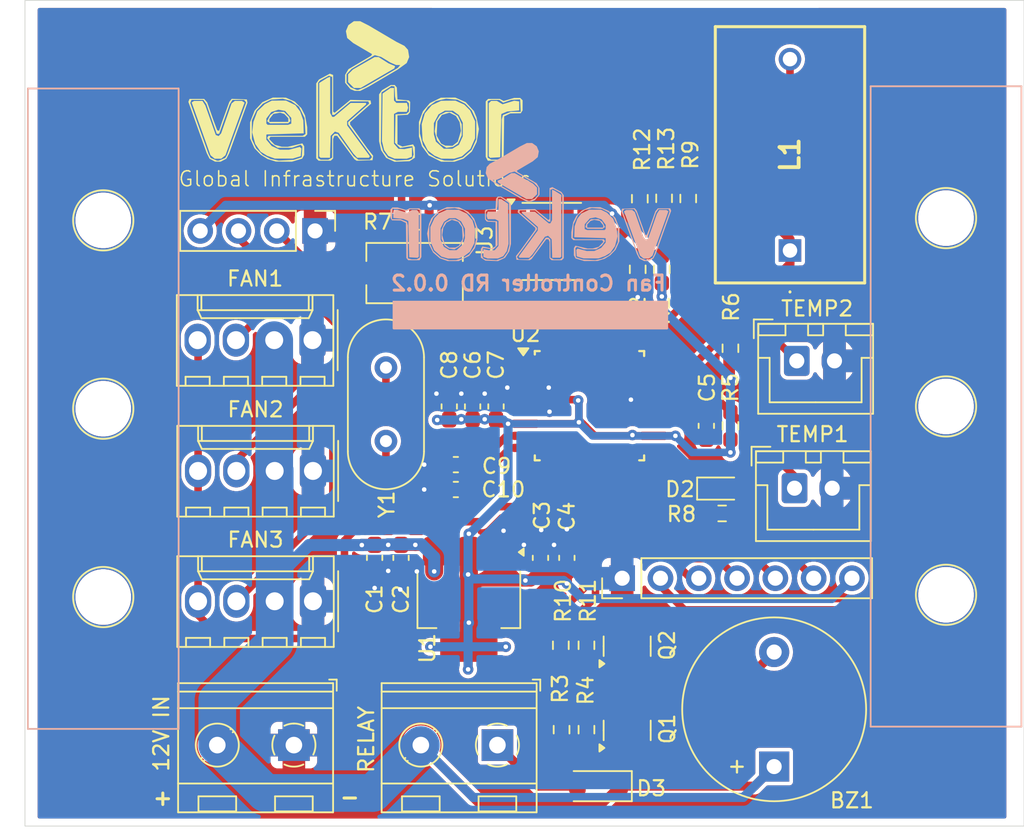
<source format=kicad_pcb>
(kicad_pcb (version 20240108) (generator "pcbnew") (generator_version "8.0")
  (layers (0 "F.Cu" signal) (31 "B.Cu" signal) (34 "B.Paste" user) (35 "F.Paste" user) (36 "B.SilkS" user "B.Silkscreen") (37 "F.SilkS" user "F.Silkscreen") (38 "B.Mask" user) (39 "F.Mask" user) (44 "Edge.Cuts" user))
  (net 0 "")
  (net 1 "+5V")
  (net 2 "GND")
  (net 3 "+12V")
  (net 4 "Net-(D2-A)")
  (net 5 "uC_TX")
  (net 6 "uC_RX")
  (net 7 "FAN1_FB")
  (net 8 "FAN_PWM")
  (net 9 "FAN3_FB")
  (net 10 "TEMP1")
  (net 11 "TEMP2")
  (net 12 "Net-(Q1-G)")
  (net 13 "RELAY")
  (net 14 "A7")
  (net 15 "D6")
  (net 16 "A6")
  (net 17 "D7")
  (net 18 "A3")
  (net 19 "A5")
  (net 20 "A4")
  (net 21 "CT")
  (net 22 "Net-(U2-AREF)")
  (net 23 "Net-(U2-XTAL1{slash}PB6)")
  (net 24 "Net-(U2-XTAL2{slash}PB7)")
  (net 25 "Net-(BZ1--)")
  (net 26 "Net-(D3-A)")
  (net 27 "Net-(Q2-G)")
  (net 28 "BUZZER")
  (net 29 "RESET")
  (net 30 "SCK")
  (net 31 "MISO")
  (net 32 "MOSI")
  (net 33 "SS")
  (net 34 "Net-(U3B--)")
  (net 35 "Net-(U3B-+)")
  (net 39 "FAN2_FB")
  (footprint "Resistor_SMD:R_0603_1608Metric_Pad0.98x0.95mm_HandSolder" (layer "F.Cu") (at 151.3 93.2 -90)
    (property "Reference" "R1")
    (property "Value" "4K7")
  )
  (footprint "Diode_SMD:D_SOD-123F" (layer "F.Cu") (at 147.1 127.5 180)
    (property "Reference" "D3")
    (property "Value" "1N4007")
  )
  (footprint "Connector_PinHeader_2.54mm:PinHeader_1x07_P2.54mm_Vertical" (layer "F.Cu") (at 148.67 113.7 90)
    (property "Reference" "J4" (hide yes))
    (property "Value" "SPI")
  )
  (footprint "Package_TO_SOT_SMD:SOT-223-3_TabPin2" (layer "F.Cu") (at 138.5 115.1 -90)
    (property "Reference" "U1")
    (property "Value" "AMS1117-5.0")
  )
  (footprint "Capacitor_SMD:C_0603_1608Metric_Pad1.08x0.95mm_HandSolder" (layer "F.Cu") (at 137.6375 107.8125 180)
    (property "Reference" "C10")
    (property "Value" "22pF")
  )
  (footprint "TerminalBlock_RND:TerminalBlock_RND_205-00232_1x02_P5.08mm_Horizontal" (layer "F.Cu") (at 126.895 124.775 180)
    (property "Reference" "J6" (hide yes))
    (property "Value" "12V IN")
  )
  (footprint "Resistor_SMD:R_0603_1608Metric_Pad0.98x0.95mm_HandSolder" (layer "F.Cu") (at 144.6 118.15 -90)
    (property "Reference" "R10")
    (property "Value" "100")
  )
  (footprint "Buzzer_Beeper:Buzzer_12x9.5RM7.6" (layer "F.Cu") (at 158.75 126.2 90)
    (property "Reference" "BZ1")
    (property "Value" "Buzzer")
  )
  (footprint "Resistor_SMD:R_0603_1608Metric_Pad0.98x0.95mm_HandSolder" (layer "F.Cu") (at 153.05 88.5 90)
    (property "Reference" "R9")
    (property "Value" "25R")
  )
  (footprint "Package_SO:SO-8_3.9x4.9mm_P1.27mm" (layer "F.Cu") (at 144 91.35)
    (property "Reference" "U3")
    (property "Value" "LM2904")
  )
  (footprint "Capacitor_SMD:C_0603_1608Metric_Pad1.08x0.95mm_HandSolder" (layer "F.Cu") (at 132.25 112.35 -90)
    (property "Reference" "C1")
    (property "Value" "1uF")
  )
  (footprint "Package_QFP:TQFP-32_7x7mm_P0.8mm" (layer "F.Cu") (at 146.5 102.25)
    (property "Reference" "U2")
    (property "Value" "ATmega328P-A" (hide yes))
  )
  (footprint "Package_TO_SOT_SMD:SOT-23" (layer "F.Cu") (at 149 118.2125 90)
    (property "Reference" "Q2")
    (property "Value" "IRLML0030")
  )
  (footprint "Resistor_SMD:R_0603_1608Metric_Pad0.98x0.95mm_HandSolder" (layer "F.Cu") (at 146.3 123.75 90)
    (property "Reference" "R4")
    (property "Value" "10K")
  )
  (footprint "Capacitor_SMD:C_0603_1608Metric_Pad1.08x0.95mm_HandSolder" (layer "F.Cu") (at 145 112.35 90)
    (property "Reference" "C4")
    (property "Value" "0.1uF")
  )
  (footprint "Crystal:Crystal_HC49-U_Vertical" (layer "F.Cu") (at 133 104.6 90)
    (property "Reference" "Y1")
    (property "Value" "Crystal")
  )
  (footprint "Connector_Molex:Molex_KK-254_AE-6410-04A_1x04_P2.54mm_Vertical" (layer "F.Cu") (at 128.16 106.58 180)
    (property "Reference" "J2" (hide yes))
    (property "Value" "FAN2")
  )
  (footprint "MountingEquipment:DINRailAdapter_3xM3_PhoenixContact_1201578" (layer "F.Cu") (at 170.15 102.3 90)
    (property "Reference" "DRA2" (hide yes))
    (property "Value" "1201578")
  )
  (footprint "Connector_Molex:Molex_KK-254_AE-6410-04A_1x04_P2.54mm_Vertical" (layer "F.Cu") (at 128.16 115.23 180)
    (property "Reference" "J3" (hide yes))
    (property "Value" "FAN3")
  )
  (footprint "Capacitor_SMD:C_0603_1608Metric_Pad1.08x0.95mm_HandSolder" (layer "F.Cu") (at 137.2 102.3 90)
    (property "Reference" "C8")
    (property "Value" "1uF")
  )
  (footprint "Resistor_SMD:R_0603_1608Metric_Pad0.98x0.95mm_HandSolder" (layer "F.Cu") (at 155.3 109.4)
    (property "Reference" "R8")
    (property "Value" "330")
  )
  (footprint "Capacitor_SMD:C_0603_1608Metric_Pad1.08x0.95mm_HandSolder" (layer "F.Cu") (at 138.75 102.3 90)
    (property "Reference" "C6")
    (property "Value" "0.1uF")
  )
  (footprint "Resistor_SMD:R_0603_1608Metric_Pad0.98x0.95mm_HandSolder" (layer "F.Cu") (at 155.85 98.4375 90)
    (property "Reference" "R6")
    (property "Value" "1K")
  )
  (footprint "CurrentTransformer:PE51688NL" (layer "F.Cu") (at 159.8 91.95 90)
    (property "Reference" "L1")
    (property "Value" "PE-51688NL" (hide yes))
  )
  (footprint "Capacitor_SMD:C_0603_1608Metric_Pad1.08x0.95mm_HandSolder" (layer "F.Cu") (at 143.25 112.35 90)
    (property "Reference" "C3")
    (property "Value" "1uF")
  )
  (footprint "Button_Switch_SMD:SW_Tactile_SPST_NO_Straight_CK_PTS636Sx25SMTRLFS" (layer "F.Cu") (at 134.9 93.45)
    (property "Reference" "SW1" (hide yes))
    (property "Value" "RESET" (hide yes))
  )
  (footprint "Package_TO_SOT_SMD:SOT-23" (layer "F.Cu") (at 149 123.8 90)
    (property "Reference" "Q1")
    (property "Value" "IRLML0030")
  )
  (footprint "Connector_PinHeader_2.54mm:PinHeader_1x04_P2.54mm_Vertical" (layer "F.Cu") (at 128.3 90.65 -90)
    (property "Reference" "J5" (hide yes))
    (property "Value" "UART")
  )
  (footprint "Capacitor_SMD:C_0603_1608Metric_Pad1.08x0.95mm_HandSolder" (layer "F.Cu") (at 154.25 103.5875 90)
    (property "Reference" "C5")
    (property "Value" "0.1uF")
  )
  (footprint "LED_SMD:LED_0603_1608Metric_Pad1.05x0.95mm_HandSolder" (layer "F.Cu") (at 155.3 107.75)
    (property "Reference" "D2")
    (property "Value" "LED")
  )
  (footprint "Resistor_SMD:R_0603_1608Metric_Pad0.98x0.95mm_HandSolder" (layer "F.Cu") (at 155.85 103.5875 90)
    (property "Reference" "R5")
    (property "Value" "1K")
  )
  (footprint "Capacitor_SMD:C_0603_1608Metric_Pad1.08x0.95mm_HandSolder" (layer "F.Cu") (at 137.6375 106.1625 180)
    (property "Reference" "C9")
    (property "Value" "22pF")
  )
  (footprint "Resistor_SMD:R_0603_1608Metric_Pad0.98x0.95mm_HandSolder" (layer "F.Cu") (at 144.65 123.75 -90)
    (property "Reference" "R3")
    (property "Value" "100")
  )
  (footprint "Connector_JST:JST_XH_B2B-XH-A_1x02_P2.50mm_Vertical" (layer "F.Cu") (at 160.1 107.725)
    (property "Reference" "J7" (hide yes))
    (property "Value" "TEMP1")
  )
  (footprint "Resistor_SMD:R_0603_1608Metric_Pad0.98x0.95mm_HandSolder" (layer "F.Cu") (at 149.7 93.2 -90)
    (property "Reference" "R2")
    (property "Value" "4K7")
  )
  (footprint "Resistor_SMD:R_0603_1608Metric_Pad0.98x0.95mm_HandSolder" (layer "F.Cu") (at 151.45 88.4875 90)
    (property "Reference" "R13")
    (property "Value" "25R")
  )
  (footprint "Capacitor_SMD:C_0603_1608Metric_Pad1.08x0.95mm_HandSolder" (layer "F.Cu") (at 134 112.35 -90)
    (property "Reference" "C2")
    (property "Value" "0.1uF")
  )
  (footprint "Connector_Molex:Molex_KK-254_AE-6410-04A_1x04_P2.54mm_Vertical" (layer "F.Cu") (at 128.13 97.9 180)
    (property "Reference" "J1" (hide yes))
    (property "Value" "FAN1")
  )
  (footprint "Resistor_SMD:R_0603_1608Metric_Pad0.98x0.95mm_HandSolder" (layer "F.Cu") (at 149.84 88.5125 90)
    (property "Reference" "R12")
    (property "Value" "25R")
  )
  (footprint "Resistor_SMD:R_0603_1608Metric_Pad0.98x0.95mm_HandSolder" (layer "F.Cu") (at 134.95 90.05 180)
    (property "Reference" "R7")
    (property "Value" "1K")
  )
  (footprint "TerminalBlock_RND:TerminalBlock_RND_205-00232_1x02_P5.08mm_Horizontal" (layer "F.Cu") (at 140.395 124.775 180)
    (property "Reference" "J9" (hide yes))
    (property "Value" "RELAY")
  )
  (footprint "Capacitor_SMD:C_0603_1608Metric_Pad1.08x0.95mm_HandSolder" (layer "F.Cu") (at 140.3 102.3 90)
    (property "Reference" "C7")
    (property "Value" "4.7uF")
  )
  (footprint "Resistor_SMD:R_0603_1608Metric_Pad0.98x0.95mm_HandSolder" (layer "F.Cu") (at 146.3 118.15 90)
    (property "Reference" "R11")
    (property "Value" "10K")
  )
  (footprint "MountingEquipment:DINRailAdapter_3xM3_PhoenixContact_1201578" (layer "F.Cu") (at 114.25 102.45 90)
    (property "Reference" "DRA1" (hide yes))
    (property "Value" "1201578")
  )
  (footprint "Connector_JST:JST_XH_B2B-XH-A_1x02_P2.50mm_Vertical" (layer "F.Cu") (at 160.25 99.275)
    (property "Reference" "J8" (hide yes))
    (property "Value" "TEMP2")
  )
  (gr_poly (pts (xy 144.018479 89.934798) (xy 143.903443 90.149742) (xy 143.800994 90.149742) (xy 143.34022 89.762117) (xy 142.879446 89.374491) (xy 142.448837 89.373231) (xy 142.018227 89.371972) (xy 142.018227 89.458928) (xy 142.546071 89.92469) (xy 143.073915 90.390452) (xy 143.072024 90.506291) (xy 143.070134 90.622127) (xy 142.438877 91.483344) (xy 141.80762 92.344563) (xy 141.832822 92.386236) (xy 141.858024 92.427908) (xy 142.513886 92.427908) (xy 142.620636 92.313326) (xy 142.727386 92.198743) (xy 143.136754 91.619458) (xy 143.546121 91.040175) (xy 143.753651 90.971647) (xy 143.872136 91.089995) (xy 143.990622 91.208341) (xy 144.00943 91.818125) (xy 144.028235 92.427908) (xy 144.555506 92.427908) (xy 144.592624 92.390762) (xy 144.629666 92.35372) (xy 144.629666 88.262011) (xy 144.403188 88.119041) (xy 144.176709 87.976071) (xy 144.097594 87.945711) (xy 144.018479 87.915352)) (stroke (width -0.000001)) (fill solid) (layer "B.SilkS"))
  (gr_poly (pts (xy 148.659151 89.177391) (xy 148.641699 89.26884) (xy 148.624246 89.360287) (xy 149.134259 90.769028) (xy 149.644273 92.177768) (xy 149.721565 92.329625) (xy 149.798857 92.481482) (xy 149.961844 92.565766) (xy 150.124832 92.65005) (xy 150.280388 92.647824) (xy 150.435945 92.645599) (xy 150.588041 92.56308) (xy 150.74014 92.480553) (xy 150.816627 92.329163) (xy 150.893115 92.177774) (xy 151.897532 89.375726) (xy 151.810593 89.375726) (xy 151.300411 90.800714) (xy 150.790228 92.225701) (xy 150.733726 92.331276) (xy 150.677224 92.43685) (xy 150.50102 92.513498) (xy 150.324816 92.590146) (xy 150.281361 92.592309) (xy 150.237903 92.594493) (xy 150.052003 92.516819) (xy 149.866102 92.439144) (xy 149.819478 92.364023) (xy 149.772855 92.288901) (xy 149.235509 90.816494) (xy 148.698162 89.344088) (xy 148.754309 89.274637) (xy 148.810454 89.205184) (xy 149.461037 89.205184) (xy 149.537639 89.330198) (xy 149.61424 89.455213) (xy 149.907265 90.274761) (xy 150.200289 91.094308) (xy 150.337589 91.094308) (xy 150.625618 90.269363) (xy 150.913647 89.444416) (xy 150.997429 89.324799) (xy 151.081212 89.205183) (xy 151.745149 89.205183) (xy 151.777871 89.290453) (xy 151.810593 89.375726) (xy 151.897532 89.375726) (xy 151.91951 89.314412) (xy 151.887892 89.232017) (xy 151.856273 89.149619) (xy 151.036571 89.149619) (xy 150.952484 89.246853) (xy 150.868397 89.344088) (xy 150.688643 89.857592) (xy 150.508888 90.371095) (xy 150.409342 90.63334) (xy 150.309796 90.895585) (xy 150.258776 90.912596) (xy 150.207757 90.929606) (xy 150.119676 90.664695) (xy 150.031595 90.399783) (xy 149.832156 89.851313) (xy 149.632718 89.302843) (xy 149.567327 89.224051) (xy 149.501936 89.145261)) (stroke (width -0.000001)) (fill solid) (layer "B.SilkS"))
  (gr_poly (pts (xy 136.794052 89.355553) (xy 136.545321 89.466684) (xy 136.384268 89.627643) (xy 136.223211 89.788604) (xy 136.083303 90.091639) (xy 135.943392 90.394674) (xy 135.944231 90.869515) (xy 135.945071 91.344354) (xy 136.072402 91.638152) (xy 136.199733 91.931949) (xy 136.438735 92.142326) (xy 136.677738 92.352702) (xy 136.895832 92.418045) (xy 137.113926 92.483387) (xy 137.468634 92.481203) (xy 137.823346 92.479019) (xy 138.015267 92.395726) (xy 138.207278 92.312432) (xy 138.391124 92.172205) (xy 138.574972 92.031978) (xy 138.722551 91.743721) (xy 138.870132 91.455463) (xy 138.894934 91.005887) (xy 138.919737 90.556311) (xy 138.903536 90.500583) (xy 138.239895 90.500583) (xy 138.239687 90.811327) (xy 138.239475 91.122072) (xy 138.183123 91.324961) (xy 138.126769 91.527851) (xy 137.90546 91.727789) (xy 137.684152 91.927728) (xy 137.448172 91.927519) (xy 137.212191 91.927311) (xy 137.028261 91.815263) (xy 136.844454 91.703196) (xy 136.737781 91.468204) (xy 136.631108 91.233211) (xy 136.629849 90.855951) (xy 136.62859 90.47869) (xy 136.738454 90.263333) (xy 136.848321 90.047975) (xy 137.015835 89.928695) (xy 137.183348 89.809413) (xy 137.403628 89.806367) (xy 137.623907 89.803322) (xy 137.802787 89.907793) (xy 137.981666 90.012266) (xy 138.110782 90.256424) (xy 138.239895 90.500583) (xy 138.903536 90.500583) (xy 138.831939 90.254301) (xy 138.744142 89.952292) (xy 138.54914 89.724477) (xy 138.354139 89.496661) (xy 138.094543 89.374636) (xy 137.834949 89.252612) (xy 137.438863 89.248516) (xy 137.042783 89.244421)) (stroke (width -0.000001)) (fill solid) (layer "B.SilkS"))
  (gr_rect (start 133.521584 95.361606) (end 151.640274 97.111606) (stroke (width 0.153)) (fill solid) (layer "B.SilkS"))
  (gr_poly (pts (xy 133.625772 89.269266) (xy 133.489385 89.288502) (xy 133.489385 89.788564) (xy 133.822759 89.82043) (xy 134.156132 89.852295) (xy 134.308928 89.916289) (xy 134.461728 89.980285) (xy 134.483902 90.010819) (xy 134.514474 91.205415) (xy 134.54505 92.400008) (xy 135.104946 92.432769) (xy 135.144507 92.393253) (xy 135.184042 92.353715) (xy 135.184042 89.394087) (xy 135.117366 89.327412) (xy 135.05069 89.260738) (xy 134.728906 89.260738) (xy 134.571098 89.353957) (xy 134.413291 89.447176) (xy 134.087723 89.348603) (xy 133.762155 89.250031)) (stroke (width -0.000001)) (fill solid) (layer "B.SilkS"))
  (gr_poly (pts (xy 140.462475 89.238429) (xy 140.395801 89.305104) (xy 140.329127 89.371778) (xy 139.74228 89.371778) (xy 139.674569 89.641568) (xy 139.711111 89.756703) (xy 139.747653 89.87184) (xy 140.247534 89.87184) (xy 140.355007 89.929357) (xy 140.46248 89.986873) (xy 140.46248 91.64364) (xy 140.337463 91.787448) (xy 140.212448 91.931256) (xy 140.045762 91.939194) (xy 139.879075 91.947133) (xy 139.670715 91.903431) (xy 139.462358 91.859725) (xy 139.462358 92.374907) (xy 139.60488 92.429096) (xy 139.747403 92.483283) (xy 140.091052 92.481099) (xy 140.4347 92.478915) (xy 140.607145 92.403949) (xy 140.779597 92.328878) (xy 140.89554 92.166051) (xy 141.011484 92.003224) (xy 141.072391 91.757122) (xy 141.133297 91.511023) (xy 141.11738 90.180167) (xy 141.101441 88.849309) (xy 140.879193 88.695717) (xy 140.656944 88.542123) (xy 140.462475 88.538342)) (stroke (width -0.000001)) (fill solid) (layer "B.SilkS"))
  (gr_poly (pts (xy 146.850758 89.076233) (xy 146.488199 89.077704) (xy 146.238947 89.187961) (xy 145.989696 89.298217) (xy 145.807596 89.480317) (xy 145.625496 89.662419) (xy 145.521575 89.86612) (xy 145.417653 90.069822) (xy 145.357033 90.397747) (xy 145.296413 90.725672) (xy 145.296413 91.127538) (xy 145.363088 91.194213) (xy 145.429762 91.260887) (xy 147.345666 91.260887) (xy 147.382796 91.320964) (xy 147.419927 91.381042) (xy 147.26422 91.543565) (xy 147.108511 91.706091) (xy 146.713255 91.815891) (xy 146.379881 91.81799) (xy 145.973272 91.722883) (xy 145.566661 91.627777) (xy 145.464802 91.788782) (xy 145.463941 92.028575) (xy 145.463081 92.26837) (xy 145.519597 92.373973) (xy 145.576114 92.479575) (xy 145.863057 92.564788) (xy 146.15 92.65) (xy 146.598305 92.646283) (xy 147.046611 92.642566) (xy 147.278649 92.570076) (xy 147.510667 92.497528) (xy 147.880068 92.268452) (xy 148.235532 91.899965) (xy 148.35933 91.622152) (xy 148.483129 91.344338) (xy 148.482956 90.899839) (xy 148.482783 90.455339) (xy 148.439444 90.344234) (xy 148.380046 90.344234) (xy 148.380046 91.399924) (xy 148.262064 91.649954) (xy 148.144082 91.899986) (xy 147.774819 92.270056) (xy 147.558311 92.38051) (xy 147.341803 92.490965) (xy 147.110871 92.540256) (xy 146.879938 92.58955) (xy 146.461997 92.566969) (xy 146.044056 92.544386) (xy 145.823033 92.472194) (xy 145.602005 92.400026) (xy 145.584936 92.100389) (xy 145.567866 91.800751) (xy 145.616571 91.752045) (xy 145.665277 91.703342) (xy 145.904548 91.787762) (xy 146.14382 91.872182) (xy 146.946852 91.872182) (xy 147.130537 91.747164) (xy 147.314223 91.62215) (xy 147.423274 91.474901) (xy 147.532324 91.327651) (xy 147.494556 91.266541) (xy 147.456788 91.205433) (xy 145.54644 91.203754) (xy 145.392564 91.1063) (xy 145.418284 90.662001) (xy 145.444004 90.217703) (xy 145.598522 89.901878) (xy 145.75304 89.586053) (xy 145.977788 89.423246) (xy 146.202536 89.260441) (xy 146.430114 89.198846) (xy 146.657691 89.13725) (xy 146.992701 89.163845) (xy 147.32771 89.190441) (xy 147.548326 89.30408) (xy 147.768942 89.417717) (xy 147.946675 89.603164) (xy 148.124407 89.788611) (xy 148.252227 90.066424) (xy 148.380046 90.344234) (xy 148.439444 90.344234) (xy 148.22622 89.797612) (xy 148.010196 89.563254) (xy 147.794172 89.328896) (xy 147.213317 89.074762)) (stroke (width -0.000001)) (fill solid) (layer "B.SilkS"))
  (gr_poly (pts (xy 133.361589 89.160727) (xy 133.294913 89.227401) (xy 133.295753 89.507993) (xy 133.296592 89.788583) (xy 133.347263 89.868665) (xy 133.39793 89.948745) (xy 133.989426 89.960463) (xy 134.156113 90.041924) (xy 134.3228 90.123383) (xy 134.337835 91.285191) (xy 134.352892 92.446997) (xy 134.414102 92.520751) (xy 134.475311 92.594502) (xy 135.23567 92.594502) (xy 135.293214 92.487019) (xy 135.350732 92.379545) (xy 135.350732 89.282965) (xy 135.340381 89.272615) (xy 135.239451 89.272615) (xy 135.239451 92.422269) (xy 135.142219 92.478901) (xy 135.044986 92.535533) (xy 134.711612 92.537212) (xy 134.586745 92.503903) (xy 134.461731 92.470401) (xy 134.460891 91.37952) (xy 134.460052 90.288642) (xy 134.427553 90.167468) (xy 134.395055 90.046296) (xy 133.959257 89.871925) (xy 133.40058 89.871925) (xy 133.417127 89.524659) (xy 133.433674 89.177393) (xy 133.683703 89.191168) (xy 133.933735 89.204944) (xy 134.375531 89.360592) (xy 134.486481 89.282878) (xy 134.597432 89.205165) (xy 135.063677 89.205165) (xy 135.151566 89.238891) (xy 135.239451 89.272615) (xy 135.340381 89.272615) (xy 135.284056 89.21629) (xy 135.21738 89.149616) (xy 134.565549 89.149616) (xy 134.457838 89.207261) (xy 134.35013 89.264905) (xy 134.062469 89.179479) (xy 133.774809 89.094053) (xy 133.428265 89.094053)) (stroke (width -0.000001)) (fill solid) (layer "B.SilkS"))
  (gr_poly (pts (xy 137.423187 89.872141) (xy 137.267629 89.872347) (xy 137.083821 89.984414) (xy 136.900014 90.096478) (xy 136.793338 90.33147) (xy 136.686665 90.566464) (xy 136.686665 91.17765) (xy 136.791915 91.40946) (xy 136.897162 91.641269) (xy 137.034849 91.731482) (xy 137.172534 91.821699) (xy 137.358988 91.849598) (xy 137.545443 91.877496) (xy 137.712133 91.771666) (xy 137.87882 91.665841) (xy 137.970887 91.560651) (xy 138.062951 91.455462) (xy 138.129185 91.206841) (xy 138.13175 91.197212) (xy 138.085003 91.197212) (xy 137.960729 91.418334) (xy 137.836452 91.639453) (xy 137.718724 91.696496) (xy 137.600993 91.753538) (xy 137.400126 91.757296) (xy 137.199258 91.761055) (xy 137.05337 91.646284) (xy 136.907464 91.531515) (xy 136.82004 91.230787) (xy 136.732615 90.930061) (xy 136.76943 90.68455) (xy 136.806248 90.43904) (xy 136.909467 90.269309) (xy 137.012688 90.099576) (xy 137.190853 90.007443) (xy 137.369018 89.91531) (xy 137.579454 89.978359) (xy 137.789893 90.041408) (xy 137.91731 90.220346) (xy 138.044725 90.399285) (xy 138.064864 90.79825) (xy 138.085003 91.197212) (xy 138.13175 91.197212) (xy 138.195419 90.958218) (xy 138.15846 90.679608) (xy 138.121501 90.400996) (xy 138.008685 90.218461) (xy 137.895873 90.035925) (xy 137.737309 89.953929) (xy 137.578742 89.871933)) (stroke (width -0.000001)) (fill solid) (layer "B.SilkS"))
  (gr_poly (pts (xy 149.133495 89.261606) (xy 148.935755 89.262446) (xy 148.862297 89.309021) (xy 148.788839 89.355594) (xy 149.319669 90.822248) (xy 149.8505 92.288901) (xy 149.968798 92.386135) (xy 150.087096 92.483369) (xy 150.45141 92.483369) (xy 150.568941 92.386135) (xy 150.68647 92.288901) (xy 151.21126 90.81804) (xy 151.73605 89.34718) (xy 151.669402 89.304815) (xy 151.602754 89.262447) (xy 151.367894 89.261608) (xy 151.133034 89.260768) (xy 151.053442 89.385783) (xy 150.97385 89.510797) (xy 150.681523 90.335727) (xy 150.389195 91.160655) (xy 150.311025 91.190654) (xy 150.232855 91.22065) (xy 150.092226 91.066547) (xy 149.801053 90.233109) (xy 149.509881 89.399672) (xy 149.420558 89.330219) (xy 149.331235 89.260767)) (stroke (width -0.000001)) (fill solid) (layer "B.SilkS"))
  (gr_poly (pts (xy 146.220574 89.36845) (xy 145.960141 89.494524) (xy 145.687531 89.851936) (xy 145.600499 90.098154) (xy 145.513468 90.344367) (xy 145.502174 90.705526) (xy 145.49088 91.066681) (xy 146.518786 91.097647) (xy 147.546692 91.128609) (xy 147.560583 91.139319) (xy 147.574474 91.15003) (xy 147.574474 91.419316) (xy 147.423975 91.598173) (xy 147.273477 91.77703) (xy 147.048928 91.87903) (xy 146.824378 91.981027) (xy 146.320751 91.983546) (xy 146.016939 91.904128) (xy 145.713127 91.824708) (xy 145.667664 91.869024) (xy 145.622202 91.91334) (xy 145.639884 92.127555) (xy 145.657565 92.341772) (xy 145.879816 92.40842) (xy 146.102066 92.47507) (xy 146.602128 92.47549) (xy 147.10219 92.475909) (xy 147.316522 92.396951) (xy 147.530853 92.318365) (xy 147.711626 92.20664) (xy 147.892399 92.094916) (xy 148.042925 91.877706) (xy 148.193451 91.660496) (xy 148.278597 91.33573) (xy 148.363743 91.010961) (xy 148.329914 90.720407) (xy 148.296086 90.429851) (xy 148.226392 90.243576) (xy 147.574474 90.243576) (xy 147.574474 90.520159) (xy 147.500389 90.594244) (xy 146.361187 90.594244) (xy 146.2733 90.560518) (xy 146.185411 90.526792) (xy 146.185411 90.209173) (xy 146.356343 90.014493) (xy 146.527274 89.819813) (xy 146.713878 89.784805) (xy 146.900481 89.749798) (xy 147.099185 89.815376) (xy 147.297888 89.880953) (xy 147.436181 90.062265) (xy 147.574474 90.243576) (xy 148.226392 90.243576) (xy 148.185669 90.134734) (xy 148.075252 89.839619) (xy 147.866536 89.639647) (xy 147.657819 89.439677) (xy 147.46335 89.341237) (xy 147.268882 89.242798) (xy 146.481007 89.242379)) (stroke (width -0.000001)) (fill solid) (layer "B.SilkS"))
  (gr_poly (pts (xy 142.11325 84.93382) (xy 141.879323 85.051901) (xy 141.101448 85.509814) (xy 140.323574 85.967728) (xy 140.101322 86.080351) (xy 139.879073 86.192976) (xy 139.779464 86.303121) (xy 139.679856 86.413268) (xy 139.647328 86.613711) (xy 139.614801 86.814152) (xy 139.684353 86.982069) (xy 139.753907 87.149984) (xy 140.010959 87.335824) (xy 140.26801 87.521661) (xy 141.073668 87.994852) (xy 141.879323 88.46804) (xy 142.11325 88.586577) (xy 142.347177 88.705114) (xy 142.502186 88.701586) (xy 142.657198 88.698058) (xy 142.772855 88.651278) (xy 142.888513 88.604489) (xy 143.036776 88.428287) (xy 143.185043 88.252085) (xy 143.185043 87.805476) (xy 143.16379 87.769498) (xy 143.1017 87.769498) (xy 143.1017 88.248942) (xy 142.990576 88.373493) (xy 142.879451 88.498041) (xy 142.546077 88.645197) (xy 142.502622 88.647381) (xy 142.459164 88.649565) (xy 142.268605 88.569927) (xy 142.078049 88.490307) (xy 141.164333 87.956798) (xy 140.250617 87.423291) (xy 140.183058 87.341886) (xy 140.115499 87.260485) (xy 140.346127 87.260485) (xy 140.501538 87.192564) (xy 140.65695 87.124641) (xy 140.918172 86.967208) (xy 141.179393 86.809776) (xy 141.355099 86.759384) (xy 141.530806 86.708993) (xy 142.824721 87.474665) (xy 142.963209 87.622082) (xy 143.1017 87.769498) (xy 143.16379 87.769498) (xy 143.092173 87.648262) (xy 142.999306 87.491047) (xy 142.368995 87.11903) (xy 141.738686 86.747011) (xy 141.71019 86.700904) (xy 141.681694 86.654794) (xy 142.209751 86.344018) (xy 142.737808 86.033239) (xy 142.903972 85.893421) (xy 143.070138 85.753601) (xy 143.106166 85.561556) (xy 143.142194 85.369511) (xy 143.072936 85.202306) (xy 143.003677 85.035104) (xy 142.849643 84.92542) (xy 142.695605 84.815736) (xy 142.347177 84.815736)) (stroke (width -0.000001)) (fill solid) (layer "B.SilkS"))
  (gr_poly (pts (xy 140.301848 88.514489) (xy 140.284838 88.845942) (xy 140.267807 89.177393) (xy 139.952643 89.205487) (xy 139.637477 89.233579) (xy 139.558671 89.312386) (xy 139.565139 89.599344) (xy 139.571606 89.886301) (xy 139.632532 89.959711) (xy 139.693455 90.033121) (xy 139.980635 90.049754) (xy 140.267815 90.066386) (xy 140.267815 91.676201) (xy 140.128909 91.74107) (xy 139.990003 91.805938) (xy 139.6949 91.744042) (xy 139.399796 91.682142) (xy 139.348485 91.763265) (xy 139.297173 91.844386) (xy 139.296334 92.13481) (xy 139.295494 92.425231) (xy 139.445831 92.523746) (xy 139.596168 92.62226) (xy 140.015347 92.637799) (xy 140.434524 92.653339) (xy 140.667159 92.544933) (xy 140.899625 92.436528) (xy 141.039479 92.223806) (xy 141.179331 92.011084) (xy 141.236264 91.761054) (xy 141.267889 91.622166) (xy 141.190227 91.622166) (xy 141.126517 91.844415) (xy 141.06281 92.066666) (xy 140.930263 92.2423) (xy 140.797717 92.417933) (xy 140.560631 92.505346) (xy 140.323548 92.592761) (xy 139.989488 92.569178) (xy 139.655429 92.545596) (xy 139.554252 92.506745) (xy 139.453052 92.467911) (xy 139.412956 92.359524) (xy 139.37286 92.251137) (xy 139.404538 92.019989) (xy 139.436215 91.788837) (xy 139.546518 91.798939) (xy 139.656818 91.80904) (xy 139.888734 91.847367) (xy 140.120652 91.885695) (xy 140.265312 91.741031) (xy 140.409975 91.596371) (xy 140.379146 90.010851) (xy 140.075237 89.993631) (xy 139.771329 89.976411) (xy 139.70019 89.917371) (xy 139.629052 89.858331) (xy 139.629052 89.394101) (xy 139.762401 89.260752) (xy 140.349245 89.260752) (xy 140.377456 89.135738) (xy 140.405667 89.01072) (xy 140.420178 88.733408) (xy 140.434689 88.456095) (xy 140.518034 88.440723) (xy 140.601377 88.425352) (xy 140.879191 88.607668) (xy 141.157005 88.789984) (xy 141.173616 90.206076) (xy 141.190227 91.622166) (xy 141.267889 91.622166) (xy 141.293197 91.511022) (xy 141.294457 90.203775) (xy 141.295716 88.896529) (xy 141.213299 88.778864) (xy 141.130884 88.6612) (xy 140.883921 88.516469) (xy 140.636959 88.371739) (xy 140.420322 88.371739)) (stroke (width -0.000001)) (fill solid) (layer "B.SilkS"))
  (gr_poly (pts (xy 136.464524 89.328906) (xy 136.236762 89.575997) (xy 136.009001 89.823093) (xy 135.935887 90.000315) (xy 135.862773 90.177536) (xy 135.796318 90.501645) (xy 135.729864 90.82575) (xy 135.79329 91.189988) (xy 135.85672 91.554226) (xy 135.990435 91.818104) (xy 136.124152 92.08198) (xy 136.355102 92.279666) (xy 136.586052 92.47735) (xy 136.839503 92.56371) (xy 137.092954 92.650069) (xy 137.833286 92.650069) (xy 138.179631 92.476988) (xy 138.525969 92.303918) (xy 138.716051 92.046378) (xy 138.906133 91.788837) (xy 138.989771 91.514832) (xy 139.073412 91.240826) (xy 139.073412 91.070956) (xy 139.017689 91.070956) (xy 138.933855 91.392815) (xy 138.850021 91.714675) (xy 138.684605 91.955101) (xy 138.519189 92.195526) (xy 138.319821 92.318746) (xy 138.12045 92.441963) (xy 137.888429 92.514509) (xy 137.656412 92.587057) (xy 137.426651 92.590774) (xy 137.196893 92.594491) (xy 136.910066 92.501807) (xy 136.623085 92.409121) (xy 136.383585 92.198306) (xy 136.144086 91.98749) (xy 136.011949 91.693693) (xy 135.879811 91.399897) (xy 135.87918 90.872053) (xy 135.878548 90.344207) (xy 136.00637 90.066397) (xy 136.134188 89.788583) (xy 136.489652 89.41769) (xy 136.707881 89.30527) (xy 136.92611 89.192849) (xy 137.243036 89.164112) (xy 137.559965 89.135374) (xy 137.843331 89.203353) (xy 138.126695 89.27133) (xy 138.571106 89.593261) (xy 138.714553 89.810024) (xy 138.857997 90.026783) (xy 138.937213 90.324403) (xy 139.01643 90.622021) (xy 139.017059 90.846488) (xy 139.017689 91.070956) (xy 139.073412 91.070956) (xy 139.073412 90.431726) (xy 138.850275 89.835333) (xy 138.654819 89.606988) (xy 138.459364 89.378643) (xy 138.15621 89.230324) (xy 137.85306 89.082004) (xy 137.449219 89.077994) (xy 137.045382 89.073984)) (stroke (width -0.000001)) (fill solid) (layer "B.SilkS"))
  (gr_poly (pts (xy 146.444984 90.016449) (xy 146.300463 90.160968) (xy 146.265201 90.272073) (xy 146.229938 90.383175) (xy 146.292398 90.445636) (xy 146.354857 90.508094) (xy 147.36503 90.513807) (xy 147.448497 90.452754) (xy 147.531967 90.39172) (xy 147.47205 90.275854) (xy 147.407789 90.275854) (xy 147.407789 90.427555) (xy 146.352101 90.427555) (xy 146.352099 90.326907) (xy 146.352099 90.22626) (xy 146.570591 89.991737) (xy 146.688426 89.954338) (xy 146.806261 89.916938) (xy 146.993491 89.952063) (xy 147.180722 89.987187) (xy 147.407789 90.275854) (xy 147.47205 90.275854) (xy 147.442413 90.218542) (xy 147.35286 90.045364) (xy 147.229055 89.958646) (xy 147.10525 89.87193) (xy 146.589504 89.87193)) (stroke (width -0.000001)) (fill solid) (layer "B.SilkS"))
  (gr_poly (pts (xy 141.042874 86.990829) (xy 140.768072 87.165678) (xy 140.583648 87.243213) (xy 140.399223 87.320752) (xy 140.441396 87.447266) (xy 141.37975 87.992846) (xy 142.318101 88.538424) (xy 142.693525 88.538424) (xy 143.018355 88.213595) (xy 143.018355 87.7757) (xy 142.885001 87.643107) (xy 142.751647 87.510513) (xy 142.146343 87.163249) (xy 141.541041 86.815983) (xy 141.317674 86.815983)) (stroke (width -0.000001)) (fill solid) (layer "B.SilkS"))
  (gr_poly (pts (xy 143.944342 87.777112) (xy 143.851789 87.812629) (xy 143.851789 89.865371) (xy 143.767277 89.917601) (xy 143.330519 89.559521) (xy 142.89376 89.20144) (xy 142.331628 89.217212) (xy 141.769498 89.232961) (xy 141.752236 89.323211) (xy 141.734953 89.413462) (xy 142.321089 89.930316) (xy 142.907225 90.447168) (xy 142.907225 90.572544) (xy 142.429873 91.236254) (xy 141.95252 91.899964) (xy 141.787214 92.109654) (xy 141.621909 92.319348) (xy 141.639486 92.44303) (xy 141.657064 92.566713) (xy 142.101562 92.58093) (xy 142.546063 92.595148) (xy 142.606961 92.553155) (xy 142.66786 92.511159) (xy 143.14954 91.858301) (xy 143.631226 91.205442) (xy 143.784331 91.205442) (xy 143.818057 91.29333) (xy 143.851782 91.381218) (xy 143.851782 92.461155) (xy 143.918457 92.527829) (xy 143.985131 92.594504) (xy 144.662995 92.594504) (xy 144.729679 92.527817) (xy 144.796353 92.461142) (xy 144.796353 92.447106) (xy 144.688303 92.447106) (xy 144.617313 92.492155) (xy 144.546324 92.537205) (xy 144.334312 92.538045) (xy 144.1223 92.538884) (xy 144.014826 92.481411) (xy 143.907354 92.423895) (xy 143.907354 91.227655) (xy 143.840679 91.160981) (xy 143.774005 91.094306) (xy 143.687883 91.095565) (xy 143.601762 91.096825) (xy 143.157261 91.713128) (xy 142.712762 92.329434) (xy 142.580255 92.434171) (xy 142.447745 92.53891) (xy 141.80959 92.53891) (xy 141.747445 92.464028) (xy 141.6853 92.389145) (xy 142.349973 91.477794) (xy 143.014645 90.56644) (xy 143.016536 90.50379) (xy 143.018427 90.441144) (xy 142.433195 89.925862) (xy 141.847962 89.410583) (xy 141.868669 89.349542) (xy 141.889375 89.2885) (xy 142.885861 89.2885) (xy 143.335343 89.663548) (xy 143.784824 90.038596) (xy 143.907352 90.038596) (xy 143.907352 87.923731) (xy 143.997992 87.88895) (xy 144.088632 87.85417) (xy 144.335365 87.987929) (xy 144.582098 88.121688) (xy 144.634905 88.18444) (xy 144.687713 88.247192) (xy 144.688008 90.34715) (xy 144.688303 92.447106) (xy 144.796353 92.447106) (xy 144.796353 88.285341) (xy 144.718837 88.175745) (xy 144.64132 88.066148) (xy 144.339107 87.903872) (xy 144.036894 87.741596)) (stroke (width -0.000001)) (fill solid) (layer "B.SilkS"))
  (gr_poly (pts (xy 141.672812 82.032594) (xy 141.835177 82.055494) (xy 141.835177 82.650806) (xy 141.438304 82.688741) (xy 141.04143 82.726676) (xy 140.85953 82.80286) (xy 140.677626 82.879045) (xy 140.651229 82.915395) (xy 140.614833 84.337533) (xy 140.578433 85.759668) (xy 139.911891 85.798669) (xy 139.864794 85.751626) (xy 139.817729 85.704557) (xy 139.817729 82.18119) (xy 139.897105 82.101815) (xy 139.976481 82.022441) (xy 140.359557 82.022441) (xy 140.547423 82.133416) (xy 140.735289 82.244392) (xy 141.12287 82.127042) (xy 141.510451 82.009694)) (stroke (width -0.000001)) (fill solid) (layer "F.SilkS"))
  (gr_poly (pts (xy 137.152079 82.750303) (xy 137.337268 82.750547) (xy 137.556086 82.88396) (xy 137.774905 83.017369) (xy 137.9019 83.297122) (xy 138.028891 83.576877) (xy 138.028891 84.304479) (xy 137.903594 84.580444) (xy 137.7783 84.856406) (xy 137.614386 84.963804) (xy 137.450476 85.071204) (xy 137.228507 85.104417) (xy 137.006537 85.13763) (xy 136.808097 85.011642) (xy 136.60966 84.885659) (xy 136.500056 84.760432) (xy 136.390456 84.635207) (xy 136.311606 84.339231) (xy 136.308552 84.327768) (xy 136.364203 84.327768) (xy 136.512149 84.591008) (xy 136.660098 84.854245) (xy 136.80025 84.922153) (xy 136.940406 84.99006) (xy 137.179534 84.994535) (xy 137.418662 84.999009) (xy 137.592337 84.862376) (xy 137.766036 84.725747) (xy 137.870112 84.367738) (xy 137.974189 84.009731) (xy 137.930361 83.717456) (xy 137.886531 83.425182) (xy 137.763652 83.223121) (xy 137.640769 83.021058) (xy 137.428668 82.911376) (xy 137.216567 82.801694) (xy 136.966048 82.876752) (xy 136.715525 82.95181) (xy 136.563838 83.164832) (xy 136.412154 83.377855) (xy 136.388179 83.852813) (xy 136.364203 84.327768) (xy 136.308552 84.327768) (xy 136.232756 84.04325) (xy 136.276755 83.711572) (xy 136.320754 83.379892) (xy 136.455058 83.162587) (xy 136.589358 82.945283) (xy 136.778125 82.847669) (xy 136.966895 82.750055)) (stroke (width -0.000001)) (fill solid) (layer "F.SilkS"))
  (gr_poly (pts (xy 123.775932 81.923219) (xy 123.796709 82.032087) (xy 123.817485 82.140952) (xy 123.210327 83.818025) (xy 122.603168 85.495095) (xy 122.511154 85.675878) (xy 122.419139 85.85666) (xy 122.225107 85.956998) (xy 122.031074 86.057336) (xy 121.845888 86.054687) (xy 121.660701 86.052037) (xy 121.479635 85.953801) (xy 121.298565 85.855554) (xy 121.207508 85.675328) (xy 121.116451 85.495103) (xy 119.920717 82.159332) (xy 120.024215 82.159332) (xy 120.631575 83.855746) (xy 121.238935 85.55216) (xy 121.3062 85.677844) (xy 121.373464 85.803527) (xy 121.583231 85.894775) (xy 121.792997 85.986022) (xy 121.84473 85.988597) (xy 121.896465 85.991197) (xy 122.117774 85.898729) (xy 122.339086 85.806258) (xy 122.39459 85.716829) (xy 122.450094 85.627397) (xy 123.089792 83.874532) (xy 123.72949 82.121667) (xy 123.662649 82.038987) (xy 123.595809 81.956306) (xy 122.821306 81.956306) (xy 122.730113 82.105132) (xy 122.638921 82.253959) (xy 122.290082 83.229612) (xy 121.941244 84.205262) (xy 121.777792 84.205262) (xy 121.4349 83.223186) (xy 121.092008 82.241105) (xy 120.992267 82.098705) (xy 120.892526 81.956304) (xy 120.102125 81.956304) (xy 120.06317 82.057817) (xy 120.024215 82.159332) (xy 119.920717 82.159332) (xy 119.894552 82.086339) (xy 119.932193 81.98825) (xy 119.969834 81.890157) (xy 120.94567 81.890157) (xy 121.045774 82.005912) (xy 121.145877 82.121667) (xy 121.359871 82.732982) (xy 121.573864 83.344295) (xy 121.692371 83.656491) (xy 121.810878 83.968688) (xy 121.871616 83.988939) (xy 121.932353 84.009189) (xy 122.037212 83.693818) (xy 122.14207 83.378448) (xy 122.379497 82.725507) (xy 122.616924 82.072566) (xy 122.69477 81.978767) (xy 122.772617 81.884969)) (stroke (width -0.000001)) (fill solid) (layer "F.SilkS"))
  (gr_poly (pts (xy 126.679 82.15067) (xy 126.98904 82.300758) (xy 127.313575 82.726249) (xy 127.417184 83.019365) (xy 127.520793 83.312476) (xy 127.534238 83.742427) (xy 127.547683 84.172374) (xy 126.323985 84.209237) (xy 125.100288 84.246097) (xy 125.083751 84.258847) (xy 125.067214 84.271598) (xy 125.067214 84.592178) (xy 125.246379 84.805103) (xy 125.425544 85.018028) (xy 125.692865 85.139455) (xy 125.960185 85.260881) (xy 126.559741 85.263879) (xy 126.921422 85.169334) (xy 127.283103 85.074786) (xy 127.337226 85.127544) (xy 127.391347 85.180301) (xy 127.370298 85.435319) (xy 127.349248 85.690339) (xy 127.084665 85.769681) (xy 126.820081 85.849027) (xy 126.224769 85.849527) (xy 125.629457 85.850026) (xy 125.374299 85.756028) (xy 125.119144 85.662473) (xy 124.903938 85.529468) (xy 124.688731 85.396463) (xy 124.509534 85.13788) (xy 124.330337 84.879297) (xy 124.228973 84.492669) (xy 124.127608 84.10604) (xy 124.16788 83.760143) (xy 124.208152 83.414243) (xy 124.291121 83.192487) (xy 125.067214 83.192487) (xy 125.067214 83.521753) (xy 125.15541 83.609948) (xy 126.511604 83.609948) (xy 126.616231 83.569799) (xy 126.720861 83.529649) (xy 126.720861 83.15153) (xy 126.517369 82.919769) (xy 126.31388 82.688007) (xy 126.091733 82.646331) (xy 125.869586 82.604655) (xy 125.633035 82.682725) (xy 125.396484 82.760793) (xy 125.231849 82.97664) (xy 125.067214 83.192487) (xy 124.291121 83.192487) (xy 124.339601 83.062913) (xy 124.471049 82.711585) (xy 124.719522 82.473523) (xy 124.967994 82.235463) (xy 125.199504 82.118274) (xy 125.431014 82.001085) (xy 126.368961 82.000585)) (stroke (width -0.000001)) (fill solid) (layer "F.SilkS"))
  (gr_poly (pts (xy 133.725102 81.13405) (xy 133.745352 81.528636) (xy 133.765628 81.923221) (xy 134.140822 81.956666) (xy 134.516021 81.99011) (xy 134.609837 82.083926) (xy 134.602137 82.425544) (xy 134.594437 82.76716) (xy 134.521907 82.854552) (xy 134.44938 82.941945) (xy 134.107499 82.961745) (xy 133.765618 82.981546) (xy 133.765618 84.897992) (xy 133.930981 84.975217) (xy 134.096347 85.052442) (xy 134.447659 84.978755) (xy 134.798974 84.905065) (xy 134.860059 85.00164) (xy 134.921143 85.098212) (xy 134.922143 85.443956) (xy 134.923142 85.789695) (xy 134.74417 85.906974) (xy 134.565198 86.024253) (xy 134.066174 86.042752) (xy 133.567155 86.061252) (xy 133.290208 85.932197) (xy 133.013463 85.803144) (xy 132.84697 85.549903) (xy 132.68048 85.296663) (xy 132.612702 84.999007) (xy 132.575053 84.833665) (xy 132.667508 84.833665) (xy 132.743354 85.098247) (xy 132.819195 85.362832) (xy 132.976989 85.57192) (xy 133.134782 85.781007) (xy 133.417027 85.88507) (xy 133.699269 85.989135) (xy 134.096959 85.961061) (xy 134.494649 85.932986) (xy 134.615098 85.886735) (xy 134.735574 85.840505) (xy 134.783307 85.711473) (xy 134.83104 85.582441) (xy 134.793328 85.307264) (xy 134.755618 85.032083) (xy 134.624304 85.044109) (xy 134.492995 85.056134) (xy 134.216904 85.101762) (xy 133.940812 85.14739) (xy 133.768597 84.975171) (xy 133.596379 84.802957) (xy 133.63308 82.915433) (xy 133.994878 82.894933) (xy 134.356673 82.874433) (xy 134.441361 82.804147) (xy 134.526049 82.733861) (xy 134.526049 82.181207) (xy 134.367301 82.022458) (xy 133.668677 82.022458) (xy 133.635092 81.873632) (xy 133.601508 81.724801) (xy 133.584233 81.394668) (xy 133.566958 81.064532) (xy 133.467738 81.046233) (xy 133.36852 81.027934) (xy 133.037789 81.244977) (xy 132.707059 81.46202) (xy 132.687283 83.147844) (xy 132.667508 84.833665) (xy 132.575053 84.833665) (xy 132.544924 84.70135) (xy 132.543425 83.145105) (xy 132.541926 81.588859) (xy 132.640042 81.448781) (xy 132.738154 81.308706) (xy 133.032159 81.136407) (xy 133.326161 80.964109) (xy 133.584061 80.964109)) (stroke (width -0.000001)) (fill solid) (layer "F.SilkS"))
  (gr_poly (pts (xy 137.901049 82.135316) (xy 138.197158 82.267616) (xy 138.388888 82.459234) (xy 138.580622 82.650853) (xy 138.74718 83.011609) (xy 138.913741 83.372365) (xy 138.912741 83.937652) (xy 138.911742 84.502937) (xy 138.760157 84.852697) (xy 138.608573 85.202455) (xy 138.324046 85.452903) (xy 138.039519 85.703351) (xy 137.779883 85.781141) (xy 137.520247 85.858928) (xy 137.097975 85.856328) (xy 136.6757 85.853729) (xy 136.447222 85.754569) (xy 136.218638 85.65541) (xy 135.999774 85.488473) (xy 135.780907 85.321536) (xy 135.605218 84.978374) (xy 135.429526 84.635209) (xy 135.4 84.1) (xy 135.370473 83.56479) (xy 135.389759 83.498447) (xy 136.179808 83.498447) (xy 136.180056 83.868381) (xy 136.180308 84.238315) (xy 136.247393 84.47985) (xy 136.314482 84.721385) (xy 136.577944 84.959407) (xy 136.841407 85.197429) (xy 137.122336 85.197181) (xy 137.403266 85.196933) (xy 137.622229 85.063543) (xy 137.841048 84.930129) (xy 137.968039 84.650377) (xy 138.095031 84.370624) (xy 138.09653 83.921504) (xy 138.098029 83.472385) (xy 137.967238 83.216006) (xy 137.836444 82.959628) (xy 137.637023 82.817628) (xy 137.437602 82.675626) (xy 137.175364 82.672) (xy 136.913127 82.668374) (xy 136.700175 82.792745) (xy 136.487223 82.917117) (xy 136.333514 83.207782) (xy 136.179808 83.498447) (xy 135.389759 83.498447) (xy 135.474993 83.205255) (xy 135.579514 82.84572) (xy 135.81166 82.574512) (xy 136.043803 82.303302) (xy 136.352847 82.158035) (xy 136.661887 82.012767) (xy 137.133418 82.007892) (xy 137.604941 82.003017)) (stroke (width -0.000001)) (fill solid) (layer "F.SilkS"))
  (gr_poly (pts (xy 141.987315 81.903381) (xy 142.066691 81.982755) (xy 142.065692 82.316793) (xy 142.064692 82.650829) (xy 142.00437 82.746164) (xy 141.944052 82.841497) (xy 141.23989 82.855447) (xy 141.041453 82.952424) (xy 140.843016 83.0494) (xy 140.825118 84.432504) (xy 140.807193 85.815606) (xy 140.734324 85.903409) (xy 140.661456 85.991208) (xy 139.756266 85.991208) (xy 139.687762 85.863252) (xy 139.619288 85.735307) (xy 139.619288 82.048902) (xy 139.63161 82.03658) (xy 139.751765 82.03658) (xy 139.751765 85.786168) (xy 139.867518 85.853587) (xy 139.983271 85.921006) (xy 140.380145 85.923005) (xy 140.528796 85.883352) (xy 140.677623 85.843469) (xy 140.678622 84.544801) (xy 140.679621 83.246137) (xy 140.71831 83.101882) (xy 140.756999 82.957629) (xy 141.275805 82.750045) (xy 141.940898 82.750045) (xy 141.921199 82.336633) (xy 141.901499 81.923221) (xy 141.603846 81.93962) (xy 141.306189 81.95602) (xy 140.780242 82.141315) (xy 140.648158 82.048799) (xy 140.516074 81.956283) (xy 139.96102 81.956283) (xy 139.856391 81.996433) (xy 139.751765 82.03658) (xy 139.63161 82.03658) (xy 139.698664 81.969527) (xy 139.778041 81.890153) (xy 140.55403 81.890153) (xy 140.682257 81.958778) (xy 140.810481 82.027402) (xy 141.152934 81.925704) (xy 141.495387 81.824006) (xy 141.907939 81.824006)) (stroke (width -0.000001)) (fill solid) (layer "F.SilkS"))
  (gr_poly (pts (xy 129.3888 80.256219) (xy 129.498982 80.298501) (xy 129.498982 82.742242) (xy 129.599591 82.804422) (xy 130.119542 82.378135) (xy 130.639493 81.951848) (xy 131.308697 81.970624) (xy 131.9779 81.989373) (xy 131.99845 82.096814) (xy 132.019025 82.204255) (xy 131.321244 82.819558) (xy 130.623463 83.434858) (xy 130.623463 83.584115) (xy 131.191739 84.374246) (xy 131.760016 85.164376) (xy 131.956809 85.414008) (xy 132.153601 85.663644) (xy 132.132676 85.810884) (xy 132.11175 85.958125) (xy 131.582585 85.975051) (xy 131.053418 85.991977) (xy 130.98092 85.941985) (xy 130.908421 85.89199) (xy 130.334992 85.114778) (xy 129.761557 84.337566) (xy 129.579289 84.337566) (xy 129.539139 84.442193) (xy 129.49899 84.546823) (xy 129.49899 85.832462) (xy 129.419615 85.911836) (xy 129.340241 85.99121) (xy 128.533261 85.99121) (xy 128.453875 85.911821) (xy 128.374501 85.832446) (xy 128.374501 85.815736) (xy 128.503133 85.815736) (xy 128.587643 85.869367) (xy 128.672154 85.922998) (xy 128.92455 85.923997) (xy 129.176945 85.924997) (xy 129.30489 85.856576) (xy 129.432833 85.788104) (xy 129.432833 84.364009) (xy 129.512208 84.284635) (xy 129.591582 84.20526) (xy 129.694108 84.20676) (xy 129.796633 84.208259) (xy 130.325801 84.941953) (xy 130.854966 85.675651) (xy 131.012713 85.800338) (xy 131.170462 85.925027) (xy 131.930171 85.925027) (xy 132.004153 85.835881) (xy 132.078135 85.746736) (xy 131.286858 84.661794) (xy 130.495581 83.576848) (xy 130.493331 83.502265) (xy 130.49108 83.427686) (xy 131.187785 82.814256) (xy 131.88449 82.200828) (xy 131.859839 82.12816) (xy 131.835189 82.055492) (xy 130.648896 82.055492) (xy 130.113799 82.501977) (xy 129.578702 82.948463) (xy 129.432835 82.948463) (xy 129.432835 80.430767) (xy 129.324931 80.38936) (xy 129.217026 80.347955) (xy 128.923297 80.507192) (xy 128.629567 80.666429) (xy 128.566701 80.741134) (xy 128.503834 80.815839) (xy 128.503484 83.315789) (xy 128.503133 85.815736) (xy 128.374501 85.815736) (xy 128.374501 80.861255) (xy 128.466782 80.730783) (xy 128.559064 80.600311) (xy 128.918841 80.407125) (xy 129.278619 80.213939)) (stroke (width -0.000001)) (fill solid) (layer "F.SilkS"))
  (gr_poly (pts (xy 132.842929 79.320169) (xy 133.170073 79.528322) (xy 133.389626 79.620626) (xy 133.609179 79.712934) (xy 133.558974 79.863546) (xy 132.441886 80.513046) (xy 131.324801 81.162544) (xy 130.877867 81.162544) (xy 130.491166 80.775842) (xy 130.491166 80.254539) (xy 130.64992 80.096691) (xy 130.808675 79.93884) (xy 131.529275 79.52543) (xy 132.249873 79.112018) (xy 132.515786 79.112018)) (stroke (width -0.000001)) (fill solid) (layer "F.SilkS"))
  (gr_poly (pts (xy 131.568671 76.871348) (xy 131.847155 77.011921) (xy 132.773198 77.557056) (xy 133.699238 78.102192) (xy 133.963824 78.236267) (xy 134.228406 78.370344) (xy 134.346987 78.501469) (xy 134.465569 78.632597) (xy 134.504292 78.871219) (xy 134.543015 79.109839) (xy 134.460215 79.30974) (xy 134.377413 79.509639) (xy 134.071398 79.730876) (xy 133.765385 79.952112) (xy 132.806269 80.515434) (xy 131.847155 81.078754) (xy 131.568671 81.219869) (xy 131.290187 81.360984) (xy 131.105653 81.356784) (xy 130.921115 81.352584) (xy 130.783427 81.296893) (xy 130.645739 81.241193) (xy 130.469235 81.031429) (xy 130.292727 80.821664) (xy 130.292727 80.289987) (xy 130.318029 80.247156) (xy 130.391946 80.247156) (xy 130.391946 80.817922) (xy 130.524235 80.966197) (xy 130.656527 81.114469) (xy 131.053401 81.289655) (xy 131.105134 81.292255) (xy 131.156869 81.294854) (xy 131.383725 81.200048) (xy 131.610577 81.105262) (xy 132.698334 80.470132) (xy 133.786092 79.835004) (xy 133.866519 79.738094) (xy 133.946946 79.641187) (xy 133.672389 79.641187) (xy 133.487376 79.560329) (xy 133.302361 79.479469) (xy 132.991383 79.292049) (xy 132.680405 79.104629) (xy 132.471232 79.044639) (xy 132.262057 78.984649) (xy 130.721682 79.896163) (xy 130.556815 80.07166) (xy 130.391946 80.247156) (xy 130.318029 80.247156) (xy 130.403287 80.102827) (xy 130.513842 79.915666) (xy 131.264212 79.472789) (xy 132.01458 79.02991) (xy 132.048505 78.97502) (xy 132.082429 78.920127) (xy 131.453789 78.550155) (xy 130.82515 78.18018) (xy 130.627335 78.013731) (xy 130.429518 77.847278) (xy 130.386628 77.618653) (xy 130.343737 77.390028) (xy 130.426188 77.190975) (xy 130.508639 76.991925) (xy 130.692013 76.861348) (xy 130.875392 76.730773) (xy 131.290187 76.730773)) (stroke (width -0.000001)) (fill solid) (layer "F.SilkS"))
  (gr_poly (pts (xy 126.411845 82.922097) (xy 126.583894 83.094144) (xy 126.625873 83.226411) (xy 126.667852 83.358676) (xy 126.593496 83.433034) (xy 126.519139 83.507388) (xy 125.316552 83.51419) (xy 125.217187 83.441509) (xy 125.117818 83.368848) (xy 125.189147 83.230912) (xy 125.265649 83.230912) (xy 125.265649 83.41151) (xy 126.52242 83.41151) (xy 126.522422 83.29169) (xy 126.522422 83.171872) (xy 126.262313 82.892678) (xy 126.122033 82.848155) (xy 125.981754 82.803632) (xy 125.758861 82.845447) (xy 125.535966 82.887262) (xy 125.265649 83.230912) (xy 125.189147 83.230912) (xy 125.224429 83.162685) (xy 125.331041 82.956519) (xy 125.478427 82.853284) (xy 125.625814 82.750051) (xy 126.239797 82.750051)) (stroke (width -0.000001)) (fill solid) (layer "F.SilkS"))
  (gr_poly (pts (xy 129.300542 82.824893) (xy 129.437489 83.080779) (xy 129.559453 83.080779) (xy 130.107993 82.619321) (xy 130.656533 82.157861) (xy 131.169163 82.156362) (xy 131.681794 82.154863) (xy 131.681794 82.258382) (xy 131.053408 82.81286) (xy 130.425023 83.367339) (xy 130.427273 83.505243) (xy 130.429524 83.643142) (xy 131.181019 84.668401) (xy 131.932517 85.693662) (xy 131.902514 85.743272) (xy 131.872512 85.792882) (xy 131.091723 85.792882) (xy 130.96464 85.656474) (xy 130.837558 85.520066) (xy 130.350215 84.830442) (xy 129.862872 84.140819) (xy 129.615813 84.059238) (xy 129.474759 84.200128) (xy 129.333705 84.341016) (xy 129.311314 85.066949) (xy 129.288928 85.792882) (xy 128.661223 85.792882) (xy 128.617036 85.74866) (xy 128.572938 85.704562) (xy 128.572938 80.83348) (xy 128.842555 80.663278) (xy 129.112172 80.493076) (xy 129.206357 80.456933) (xy 129.300542 80.420791)) (stroke (width -0.000001)) (fill solid) (layer "F.SilkS"))
  (gr_poly (pts (xy 133.533879 81.995883) (xy 133.613253 82.075258) (xy 133.692628 82.154632) (xy 134.391255 82.154632) (xy 134.471863 82.47581) (xy 134.428361 82.612876) (xy 134.384858 82.749944) (xy 133.789761 82.749944) (xy 133.661818 82.818416) (xy 133.533873 82.886888) (xy 133.533873 84.859229) (xy 133.682704 85.030429) (xy 133.83153 85.201629) (xy 134.029967 85.21108) (xy 134.228404 85.220531) (xy 134.476451 85.168504) (xy 134.724496 85.116473) (xy 134.724496 85.729785) (xy 134.554826 85.794296) (xy 134.385155 85.858804) (xy 133.97605 85.856204) (xy 133.566945 85.853605) (xy 133.361653 85.76436) (xy 133.156354 85.674989) (xy 133.018326 85.481147) (xy 132.880297 85.287305) (xy 132.80779 84.994327) (xy 132.735282 84.701352) (xy 132.754231 83.117) (xy 132.773205 81.532645) (xy 133.037787 81.349797) (xy 133.302369 81.166948) (xy 133.533879 81.162446)) (stroke (width -0.000001)) (fill solid) (layer "F.SilkS"))
  (gr_poly (pts (xy 138.293345 82.103593) (xy 138.56449 82.39775) (xy 138.835635 82.691911) (xy 138.922675 82.90289) (xy 139.009715 83.113868) (xy 139.088828 83.499711) (xy 139.167941 83.885551) (xy 139.092433 84.319167) (xy 139.016921 84.752784) (xy 138.857737 85.066924) (xy 138.69855 85.381063) (xy 138.423609 85.616403) (xy 138.148669 85.851741) (xy 137.846942 85.954551) (xy 137.545214 86.057359) (xy 136.663867 86.057359) (xy 136.251551 85.85131) (xy 135.839244 85.645274) (xy 135.612956 85.33868) (xy 135.386668 85.032083) (xy 135.287099 84.705886) (xy 135.187525 84.379689) (xy 135.187525 84.177463) (xy 135.253863 84.177463) (xy 135.353665 84.560628) (xy 135.453467 84.943795) (xy 135.650391 85.230016) (xy 135.847316 85.516237) (xy 136.084658 85.662927) (xy 136.322005 85.809613) (xy 136.59822 85.895978) (xy 136.87443 85.982345) (xy 137.147956 85.98677) (xy 137.421477 85.991195) (xy 137.762938 85.880857) (xy 138.104583 85.770517) (xy 138.389701 85.519546) (xy 138.674819 85.268575) (xy 138.832125 84.918817) (xy 138.989432 84.569059) (xy 138.990184 83.940673) (xy 138.990935 83.312286) (xy 138.838767 82.981559) (xy 138.686602 82.650829) (xy 138.26343 82.209289) (xy 138.003634 82.075456) (xy 137.743838 81.941621) (xy 137.366545 81.907411) (xy 136.989249 81.873199) (xy 136.651908 81.954126) (xy 136.31457 82.035051) (xy 135.78551 82.418302) (xy 135.614739 82.676353) (xy 135.443972 82.9344) (xy 135.349667 83.288709) (xy 135.255362 83.643016) (xy 135.254613 83.910239) (xy 135.253863 84.177463) (xy 135.187525 84.177463) (xy 135.187525 83.416475) (xy 135.453166 82.706483) (xy 135.685851 82.434644) (xy 135.918536 82.162805) (xy 136.279433 81.986234) (xy 136.640326 81.809663) (xy 137.121089 81.804889) (xy 137.601847 81.800115)) (stroke (width -0.000001)) (fill solid) (layer "F.SilkS"))
  (gr_poly (pts (xy 123.211236 82.023475) (xy 123.446641 82.024474) (xy 123.534091 82.079921) (xy 123.621541 82.135366) (xy 122.989601 83.881381) (xy 122.35766 85.627397) (xy 122.216829 85.743152) (xy 122.075998 85.858907) (xy 121.64229 85.858907) (xy 121.502372 85.743152) (xy 121.362457 85.627397) (xy 120.737707 83.876373) (xy 120.112957 82.125348) (xy 120.1923 82.074914) (xy 120.271642 82.024476) (xy 120.551238 82.023477) (xy 120.830833 82.022477) (xy 120.925585 82.171304) (xy 121.020338 82.320131) (xy 121.368347 83.30219) (xy 121.716356 84.284248) (xy 121.809415 84.319961) (xy 121.902475 84.35567) (xy 122.06989 84.172214) (xy 122.416524 83.180026) (xy 122.763158 82.187839) (xy 122.869495 82.105157) (xy 122.975831 82.022475)) (stroke (width -0.000001)) (fill solid) (layer "F.SilkS"))
  (gr_poly (pts (xy 125.928781 81.802793) (xy 126.360398 81.804544) (xy 126.657127 81.935802) (xy 126.953855 82.06706) (xy 127.17064 82.283845) (xy 127.387426 82.500633) (xy 127.511142 82.743135) (xy 127.634858 82.985637) (xy 127.707025 83.376024) (xy 127.779191 83.76641) (xy 127.779191 84.244823) (xy 127.699817 84.324197) (xy 127.620443 84.403571) (xy 125.339605 84.403571) (xy 125.295402 84.475091) (xy 125.251199 84.546613) (xy 125.436565 84.740092) (xy 125.621932 84.933576) (xy 126.092475 85.06429) (xy 126.489349 85.066789) (xy 126.973407 84.953567) (xy 127.457467 84.840345) (xy 127.578729 85.032018) (xy 127.579753 85.317485) (xy 127.580777 85.602956) (xy 127.513496 85.728673) (xy 127.446214 85.85439) (xy 127.104615 85.955835) (xy 126.763017 86.057277) (xy 126.22932 86.052852) (xy 125.695623 86.048427) (xy 125.419387 85.962129) (xy 125.143174 85.875762) (xy 124.703412 85.603053) (xy 124.28024 85.164378) (xy 124.132861 84.833648) (xy 123.985482 84.502918) (xy 123.985688 83.973752) (xy 123.985894 83.444585) (xy 124.037488 83.312318) (xy 124.108199 83.312318) (xy 124.108199 84.569091) (xy 124.248655 84.866746) (xy 124.38911 85.164403) (xy 124.828708 85.604963) (xy 125.086456 85.736455) (xy 125.344203 85.86795) (xy 125.619123 85.926629) (xy 125.894042 85.985313) (xy 126.391591 85.958431) (xy 126.88914 85.931546) (xy 127.152263 85.845603) (xy 127.415391 85.759689) (xy 127.435712 85.402978) (xy 127.456033 85.046266) (xy 127.398051 84.988282) (xy 127.340068 84.930303) (xy 127.055221 85.030803) (xy 126.770374 85.131303) (xy 125.814384 85.131303) (xy 125.59571 84.982473) (xy 125.377036 84.833646) (xy 125.247215 84.658349) (xy 125.117393 84.483052) (xy 125.162355 84.410302) (xy 125.207317 84.337554) (xy 127.48154 84.335555) (xy 127.664726 84.219539) (xy 127.634107 83.690612) (xy 127.603488 83.161685) (xy 127.419538 82.785703) (xy 127.235587 82.409721) (xy 126.96803 82.215904) (xy 126.700473 82.022088) (xy 126.429547 81.94876) (xy 126.158622 81.875432) (xy 125.759801 81.907092) (xy 125.36098 81.938754) (xy 125.098342 82.074039) (xy 124.835704 82.209321) (xy 124.624118 82.430091) (xy 124.412532 82.650861) (xy 124.260366 82.981591) (xy 124.108199 83.312318) (xy 124.037488 83.312318) (xy 124.291326 82.661576) (xy 124.548497 82.382579) (xy 124.805669 82.103582) (xy 125.497163 81.801042)) (stroke (width -0.000001)) (fill solid) (layer "F.SilkS"))
  (gr_rect (start 109.057136 75.35) (end 175.320624 130.15) (stroke (width 0.05)) (fill none) (layer "Edge.Cuts"))
  (gr_text "Fan Controller RD 0.0.2" (at 151.680929 94.711606 0) (layer "B.SilkS") (effects (font (size 1 1) (thickness 0.2) (bold yes)) (justify left bottom mirror)))
  (gr_text "Global Infrastructure Solutions" (at 119.173463 87.784115 0) (layer "F.SilkS") (effects (font (size 1 1) (thickness 0.1)) (justify left bottom)))
  (gr_text "+" (at 117.45 128.85 0) (layer "F.SilkS") (effects (font (size 1 1) (thickness 0.2) (bold yes)) (justify left bottom)))
  (gr_text "-" (at 129.85 128.8 0) (layer "F.SilkS") (effects (font (size 1 1) (thickness 0.2) (bold yes)) (justify left bottom)))
  (segment (start 141.1 103.45) (end 140.5875 103.45) (width 0.5) (layer "F.Cu") (net 1))
  (segment (start 145 114.05) (end 145.0375 114.0125) (width 0.6) (layer "F.Cu") (net 1))
  (segment (start 138.5 116.85) (end 138.5 111.95) (width 1.2) (layer "F.Cu") (net 1))
  (segment (start 151.3 94.1125) (end 151.3 94.98934) (width 0.6) (layer "F.Cu") (net 1))
  (segment (start 138.5 111.95) (end 138.5 112.95) (width 0.5) (layer "F.Cu") (net 1))
  (segment (start 135.95 118.25) (end 138.5 118.25) (width 0.6) (layer "F.Cu") (net 1))
  (segment (start 145.8 101.9) (end 145.8 103.2) (width 0.5) (layer "F.Cu") (net 1))
  (segment (start 143.25 113.2125) (end 142.6125 113.85) (width 0.8) (layer "F.Cu") (net 1))
  (segment (start 138 103.15) (end 137.2125 103.15) (width 0.5) (layer "F.Cu") (net 1))
  (segment (start 146.25 103.65) (end 146.85 104.25) (width 0.5) (layer "F.Cu") (net 1))
  (segment (start 137.1625 103.2) (end 137.2 103.1625) (width 0.6) (layer "F.Cu") (net 1))
  (segment (start 138.5 118.25) (end 138.5 116.85) (width 1.2) (layer "F.Cu") (net 1))
  (segment (start 138.5 113.6) (end 138.5 111.95) (width 0.8) (layer "F.Cu") (net 1))
  (segment (start 135.8625 90.05) (end 135.8625 88.9875) (width 0.6) (layer "F.Cu") (net 1))
  (segment (start 136.4 103.2) (end 137.1625 103.2) (width 0.6) (layer "F.Cu") (net 1))
  (segment (start 145.0375 114.0125) (end 145.0375 113.25) (width 0.6) (layer "F.Cu") (net 1))
  (segment (start 155.85 105.35) (end 155.85 104.5) (width 0.6) (layer "F.Cu") (net 1))
  (segment (start 152.2 104.25) (end 150.75 104.25) (width 0.5) (layer "F.Cu") (net 1))
  (segment (start 140.5875 103.45) (end 140.3 103.1625) (width 0.5) (layer "F.Cu") (net 1))
  (segment (start 140.95 118.25) (end 138.5 118.25) (width 0.6) (layer "F.Cu") (net 1))
  (segment (start 135.8625 88.9875) (end 135.9 88.95) (width 0.6) (layer "F.Cu") (net 1))
  (segment (start 142.6125 113.85) (end 138.75 113.85) (width 0.8) (layer "F.Cu") (net 1))
  (segment (start 142.25 101.85) (end 145.75 101.85) (width 0.5) (layer "F.Cu") (net 1))
  (segment (start 139.5625 103.1625) (end 139.55 103.15) (width 0.5) (layer "F.Cu") (net 1))
  (segment (start 138.0125 103.1625) (end 138 103.15) (width 0.5) (layer "F.Cu") (net 1))
  (segment (start 155.85 99.35) (end 155.85 100.4) (width 0.6) (layer "F.Cu") (net 1))
  (segment (start 145.8 103.2) (end 146.25 103.65) (width 0.5) (layer "F.Cu") (net 1))
  (segment (start 145.75 101.85) (end 145.8 101.9) (width 0.5) (layer "F.Cu") (net 1))
  (segment (start 142.25 103.45) (end 141.1 103.45) (width 0.5) (layer "F.Cu") (net 1))
  (segment (start 139.55 103.15) (end 138.7625 103.15) (width 0.5) (layer "F.Cu") (net 1))
  (segment (start 140.3 103.1625) (end 139.5625 103.1625) (width 0.5) (layer "F.Cu") (net 1))
  (segment (start 146.25 103.65) (end 146.05 103.45) (width 0.5) (layer "F.Cu") (net 1))
  (segment (start 151.3 94.98934) (end 151.29467 94.99467) (width 0.6) (layer "F.Cu") (net 1))
  (segment (start 138.45 119.75) (end 138.45 118.3) (width 0.6) (layer "F.Cu") (net 1))
  (segment (start 138.75 103.1625) (end 138.0125 103.1625) (width 0.5) (layer "F.Cu") (net 1))
  (segment (start 146.575 89.445) (end 147.945 89.445) (width 0.6) (layer "F.Cu") (net 1))
  (segment (start 146.85 104.25) (end 150.75 104.25) (width 0.5) (layer "F.Cu") (net 1))
  (segment (start 147.945 89.445) (end 148 89.5) (width 0.6) (layer "F.Cu") (net 1))
  (segment (start 145 113.2125) (end 143.25 113.2125) (width 0.8) (layer "F.Cu") (net 1))
  (segment (start 146.05 103.45) (end 142.25 103.45) (width 0.5) (layer "F.Cu") (net 1))
  (segment (start 138.75 113.85) (end 138.5 113.6) (width 0.8) (layer "F.Cu") (net 1))
  (via (at 138.5 116.65) (size 0.7) (drill 0.3) (layers "F.Cu" "B.Cu") (net 1))
  (via (at 155.85 100.4) (size 0.7) (drill 0.3) (layers "F.Cu" "B.Cu") (net 1))
  (via (at 138 103.15) (size 0.7) (drill 0.3) (layers "F.Cu" "B.Cu") (net 1))
  (via (at 141.1 103.45) (size 0.7) (drill 0.3) (layers "F.Cu" "B.Cu") (net 1))
  (via (at 148 89.5) (size 0.7) (drill 0.3) (layers "F.Cu" "B.Cu") (net 1))
  (via (at 138.45 113.45) (size 0.7) (drill 0.3) (layers "F.Cu" "B.Cu") (net 1))
  (via (at 142.25 113.85) (size 0.7) (drill 0.3) (layers "F.Cu" "B.Cu") (net 1))
  (via (at 135.9 88.95) (size 0.7) (drill 0.3) (layers "F.Cu" "B.Cu") (net 1))
  (via (at 140.95 118.25) (size 0.7) (drill 0.3) (layers "F.Cu" "B.Cu") (net 1))
  (via (at 152.2 104.25) (size 0.7) (drill 0.3) (layers "F.Cu" "B.Cu") (net 1))
  (via (at 155.85 105.35) (size 0.7) (drill 0.3) (layers "F.Cu" "B.Cu") (net 1))
  (via (at 149.35 104.2) (size 0.7) (drill 0.3) (layers "F.Cu" "B.Cu") (net 1))
  (via (at 145 114.05) (size 0.7) (drill 0.3) (layers "F.Cu" "B.Cu") (net 1))
  (via (at 145.75 101.9) (size 0.7) (drill 0.3) (layers "F.Cu" "B.Cu") (net 1))
  (via (at 138.5 110.75) (size 0.7) (drill 0.3) (layers "F.Cu" "B.Cu") (net 1))
  (via (at 151.3 95) (size 0.7) (drill 0.3) (layers "F.Cu" "B.Cu") (net 1))
  (via (at 135.95 118.25) (size 0.7) (drill 0.3) (layers "F.Cu" "B.Cu") (net 1))
  (via (at 136.4 103.2) (size 0.7) (drill 0.3) (layers "F.Cu" "B.Cu") (net 1))
  (via (at 139.55 103.15) (size 0.7) (drill 0.3) (layers "F.Cu" "B.Cu") (net 1))
  (via (at 138.45 119.75) (size 0.7) (drill 0.3) (layers "F.Cu" "B.Cu") (net 1))
  (via (at 145.8 103.35) (size 0.7) (drill 0.3) (layers "F.Cu" "B.Cu") (net 1))
  (segment (start 146.7 104.25) (end 149.3 104.25) (width 0.5) (layer "B.Cu") (net 1))
  (segment (start 162.56 115.05) (end 163.91 113.7) (width 0.6) (layer "B.Cu") (net 1))
  (segment (start 142.25 113.85) (end 144.8 113.85) (width 0.6) (layer "B.Cu") (net 1))
  (segment (start 120.68 90.65) (end 122.38 88.95) (width 0.6) (layer "B.Cu") (net 1))
  (segment (start 145.8 103.35) (end 146.7 104.25) (width 0.5) (layer "B.Cu") (net 1))
  (segment (start 151.3 95) (end 151.3 95.85) (width 0.6) (layer "B.Cu") (net 1))
  (segment (start 145.8 103.35) (end 145.8 101.95) (width 0.5) (layer "B.Cu") (net 1))
  (segment (start 144.8 113.85) (end 145 114.05) (width 0.6) (layer "B.Cu") (net 1))
  (segment (start 139.55 103.15) (end 140.8 103.15) (width 0.5) (layer "B.Cu") (net 1))
  (segment (start 138.45 119.75) (end 138.45 116.7) (width 0.6) (layer "B.Cu") (net 1))
  (segment (start 141.1 103.45) (end 145.7 103.45) (width 0.5) (layer "B.Cu") (net 1))
  (segment (start 146 115.05) (end 162.56 115.05) (width 0.6) (layer "B.Cu") (net 1))
  (segment (start 141.1 108.2) (end 141.1 103.45) (width 0.6) (layer "B.Cu") (net 1))
  (segment (start 122.38 88.95) (end 135.9 88.95) (width 0.6) (layer "B.Cu") (net 1))
  (segment (start 149.3 104.25) (end 149.35 104.2) (width 0.5) (layer "B.Cu") (net 1))
  (segment (start 149.4 104.25) (end 149.35 104.2) (width 0.5) (layer "B.Cu") (net 1))
  (segment (start 145.8 101.95) (end 145.75 101.9) (width 0.5) (layer "B.Cu") (net 1))
  (segment (start 155.85 105.35) (end 153.3 105.35) (width 0.5) (layer "B.Cu") (net 1))
  (segment (start 138.5 110.75) (end 138.55 110.75) (width 0.6) (layer "B.Cu") (net 1))
  (segment (start 152.2 104.25) (end 149.4 104.25) (width 0.5) (layer "B.Cu") (net 1))
  (segment (start 138.5 116.65) (end 138.5 113.5) (width 0.6) (layer "B.Cu") (net 1))
  (segment (start 140.8 103.15) (end 141.1 103.45) (width 0.5) (layer "B.Cu") (net 1))
  (segment (start 138.75 113.75) (end 142.15 113.75) (width 0.6) (layer "B.Cu") (net 1))
  (segment (start 138.45 116.7) (end 138.5 116.65) (width 0.6) (layer "B.Cu") (net 1))
  (segment (start 138.45 110.8) (end 138.5 110.75) (width 0.6) (layer "B.Cu") (net 1))
  (segment (start 136.4 103.2) (end 137.95 103.2) (width 0.6) (layer "B.Cu") (net 1))
  (segment (start 151.3 95.85) (end 155.85 100.4) (width 0.6) (layer "B.Cu") (net 1))
  (segment (start 147.45 88.95) (end 148 89.5) (width 0.6) (layer "B.Cu") (net 1))
  (segment (start 153.3 105.35) (end 152.2 104.25) (width 0.5) (layer "B.Cu") (net 1))
  (segment (start 155.85 100.4) (end 155.85 105.35) (width 0.6) (layer "B.Cu") (net 1))
  (segment (start 137.95 103.2) (end 138 103.15) (width 0.6) (layer "B.Cu") (net 1))
  (segment (start 142.15 113.75) (end 142.25 113.85) (width 0.6) (layer "B.Cu") (net 1))
  (segment (start 148 89.5) (end 151.3 92.8) (width 0.6) (layer "B.Cu") (net 1))
  (segment (start 138.45 113.45) (end 138.45 110.8) (width 0.6) (layer "B.Cu") (net 1))
  (segment (start 139.55 103.15) (end 138 103.15) (width 0.5) (layer "B.Cu") (net 1))
  (segment (start 138.55 110.75) (end 141.1 108.2) (width 0.6) (layer "B.Cu") (net 1))
  (segment (start 135.9 88.95) (end 147.45 88.95) (width 0.6) (layer "B.Cu") (net 1))
  (segment (start 151.3 92.8) (end 151.3 95) (width 0.6) (layer "B.Cu") (net 1))
  (segment (start 145.7 103.45) (end 145.8 103.35) (width 0.5) (layer "B.Cu") (net 1))
  (segment (start 138.5 113.5) (end 138.45 113.45) (width 0.6) (layer "B.Cu") (net 1))
  (segment (start 135.95 118.25) (end 140.95 118.25) (width 0.6) (layer "B.Cu") (net 1))
  (segment (start 145 114.05) (end 146 115.05) (width 0.6) (layer "B.Cu") (net 1))
  (segment (start 138.45 113.45) (end 138.75 113.75) (width 0.6) (layer "B.Cu") (net 1))
  (segment (start 143.8 101.05) (end 142.25 101.05) (width 0.6) (layer "F.Cu") (net 2))
  (segment (start 141.05 101.05) (end 140.6875 101.05) (width 0.6) (layer "F.Cu") (net 2))
  (segment (start 138 101.45) (end 137.2125 101.45) (width 0.6) (layer "F.Cu") (net 2))
  (segment (start 141.425 93.255) (end 138.97 93.255) (width 0.6) (layer "F.Cu") (net 2))
  (segment (start 153.375 101.85) (end 150.75 101.85) (width 0.5) (layer "F.Cu") (net 2))
  (segment (start 149.7 95.05) (end 149.7 94.1125) (width 0.6) (layer "F.Cu") (net 2))
  (segment (start 140.3 101.4375) (end 139.5625 101.4375) (width 0.6) (layer "F.Cu") (net 2))
  (segment (start 136.3625 101.4375) (end 136.35 101.45) (width 0.6) (layer "F.Cu") (net 2))
  (segment (start 148.975 122.8375) (end 149 122.8625) (width 0.6) (layer "F.Cu") (net 2))
  (segment (start 138.75 101.4375) (end 138.0125 101.4375) (width 0.6) (layer "F.Cu") (net 2))
  (segment (start 146.3 117.2375) (end 148.9625 117.2375) (width 0.6) (layer "F.Cu") (net 2))
  (segment (start 137.2 101.4375) (end 136.3625 101.4375) (width 0.6) (layer "F.Cu") (net 2))
  (segment (start 150.75 101.85) (end 149.25 101.85) (width 0.5) (layer "F.Cu") (net 2))
  (segment (start 145 111.4875) (end 144.15 111.4875) (width 0.8) (layer "F.Cu") (net 2))
  (segment (start 148.9625 117.2375) (end 149 117.275) (width 0.6) (layer "F.Cu") (net 2))
  (segment (start 138.0125 101.4375) (end 138 101.45) (width 0.6) (layer "F.Cu") (net 2))
  (segment (start 143.25 111.4875) (end 142.15 111.4875) (width 0.8) (layer "F.Cu") (net 2))
  (segment (start 142.25 101.05) (end 141.05 101.05) (width 0.6) (layer "F.Cu") (net 2))
  (segment (start 139.5625 101.4375) (end 139.55 101.45) (width 0.6) (layer "F.Cu") (net 2))
  (segment (start 144.15 111.4875) (end 143.25 111.4875) (width 0.8) (layer "F.Cu") (net 2))
  (segment (start 142.15 111.4875) (end 141.2625 111.4875) (width 0.8) (layer "F.Cu") (net 2))
  (segment (start 139.55 101.45) (end 138.7625 101.45) (width 0.6) (layer "F.Cu") (net 2))
  (segment (start 134 113.2125) (end 133.15 113.2125) (width 0.5) (layer "F.Cu") (net 2))
  (segment (start 142.25 102.65) (end 143.85 102.65) (width 0.6) (layer "F.Cu") (net 2))
  (segment (start 140.6875 101.05) (end 140.3 101.4375) (width 0.6) (layer "F.Cu") (net 2))
  (segment (start 154.25 102.725) (end 153.375 101.85) (width 0.5) (layer "F.Cu") (net 2))
  (segment (start 146.3 122.8375) (end 148.975 122.8375) (width 0.6) (layer "F.Cu") (net 2))
  (segment (start 138.7625 101.45) (end 138.75 101.4375) (width 0.6) (layer "F.Cu") (net 2))
  (segment (start 138.97 93.255) (end 138.775 93.45) (width 0.6) (layer "F.Cu") (net 2))
  (segment (start 133.15 113.2125) (end 132.25 113.2125) (width 0.5) (layer "F.Cu") (net 2))
  (segment (start 137.2125 101.45) (end 137.2 101.4375) (width 0.6) (layer "F.Cu") (net 2))
  (via (at 144.15 111.4875) (size 0.7) (drill 0.3) (layers "F.Cu" "B.Cu") (net 2))
  (via (at 133.15 113.2125) (size 0.7) (drill 0.3) (layers "F.Cu" "B.Cu") (net 2))
  (via (at 143.8 101.05) (size 0.7) (drill 0.3) (layers "F.Cu" "B.Cu") (net 2))
  (via (at 143.85 102.65) (size 0.7) (drill 0.3) (layers "F.Cu" "B.Cu") (net 2))
  (via (at 140.8 110.55) (size 0.7) (drill 0.3) (layers "F.Cu" "B.Cu") (net 2))
  (via (at 135.5375 107.8125) (size 0.7) (drill 0.3) (layers "F.Cu" "B.Cu") (net 2))
  (via (at 133.95 114.45) (size 0.7) (drill 0.3) (layers "F.Cu" "B.Cu") (net 2))
  (via (at 142.15 111.4875) (size 0.7) (drill 0.3) (layers "F.Cu" "B.Cu") (net 2))
  (via (at 149.25 101.85) (size 0.7) (drill 0.3) (layers "F.Cu" "B.Cu") (net 2))
  (via (at 145 110.45) (size 0.7) (drill 0.3) (layers "F.Cu" "B.Cu") (net 2))
  (via (at 143.3 110.5) (size 0.7) (drill 0.3) (layers "F.Cu" "B.Cu") (net 2))
  (via (at 138 101.45) (size 0.7) (drill 0.3) (layers "F.Cu" "B.Cu") (net 2))
  (via (at 136.35 101.45) (size 0.7) (drill 0.3) (layers "F.Cu" "B.Cu") (net 2))
  (via (at 149.7 95.05) (size 0.7) (drill 0.3) (layers "F.Cu" "B.Cu") (net 2))
  (via (at 132.25 114.35) (size 0.7) (drill 0.3) (layers "F.Cu" "B.Cu") (net 2))
  (via (at 135.05 113.25) (size 0.7) (drill 0.3) (layers "F.Cu" "B.Cu") (net 2))
  (via (at 141.05 101.05) (size 0.7) (drill 0.3) (layers "F.Cu" "B.Cu") (net 2))
  (via (at 139.55 101.45) (size 0.7) (drill 0.3) (layers "F.Cu" "B.Cu") (net 2))
  (via (at 135.5375 106.1625) (size 0.7) (drill 0.3) (layers "F.Cu" "B.Cu") (net 2))
  (segment (start 136.2 113.25) (end 136.2 111.95) (width 1.2) (layer "F.Cu") (net 3))
  (segment (start 139.24 128.7) (end 135.315 124.775) (width 0.6) (layer "F.Cu") (net 3))
  (segment (start 134 111.4875) (end 134.95 111.4875) (width 0.8) (layer "F.Cu") (net 3))
  (segment (start 148.5 127.5) (end 157.45 127.5) (width 0.6) (layer "F.Cu") (net 3))
  (segment (start 132.25 111.4875) (end 133.15 111.4875) (width 0.8) (layer "F.Cu") (net 3))
  (segment (start 147.3 128.7) (end 139.24 128.7) (width 0.6) (layer "F.Cu") (net 3))
  (segment (start 134.95 111.4875) (end 135.7375 111.4875) (width 0.8) (layer "F.Cu") (net 3))
  (segment (start 148.5 127.5) (end 147.3 128.7) (width 0.6) (layer "F.Cu") (net 3))
  (segment (start 157.45 127.5) (end 158.75 126.2) (width 0.6) (layer "F.Cu") (net 3))
  (segment (start 131.4125 111.4875) (end 132.25 111.4875) (width 0.8) (layer "F.Cu") (net 3))
  (segment (start 133.15 111.4875) (end 134 111.4875) (width 0.8) (layer "F.Cu") (net 3))
  (via (at 136.2 113.25) (size 0.7) (drill 0.3) (layers "F.Cu" "B.Cu") (net 3))
  (via (at 131.4 111.5) (size 0.7) (drill 0.3) (layers "F.Cu" "B.Cu") (net 3))
  (via (at 133.15 111.4875) (size 0.7) (drill 0.3) (layers "F.Cu" "B.Cu") (net 3))
  (via (at 134.95 111.4875) (size 0.7) (drill 0.3) (layers "F.Cu" "B.Cu") (net 3))
  (segment (start 125.62 117.98) (end 125.62 115.23) (width 2.5) (layer "B.Cu") (net 3))
  (segment (start 138.79 128.25) (end 135.315 124.775) (width 0.6) (layer "B.Cu") (net 3))
  (segment (start 158.75 126.2) (end 156.7 128.25) (width 0.6) (layer "B.Cu") (net 3))
  (segment (start 121.815 121.785) (end 125.62 117.98) (width 2.5) (layer "B.Cu") (net 3))
  (segment (start 156.7 128.25) (end 138.79 128.25) (width 0.6) (layer "B.Cu") (net 3))
  (segment (start 135.35 111.45) (end 133.1 111.45) (width 0.8) (layer "B.Cu") (net 3))
  (segment (start 136.2 113.25) (end 136.2 112.3) (width 0.8) (layer "B.Cu") (net 3))
  (segment (start 125.62 113.785) (end 125.62 115.23) (width 0.8) (layer "B.Cu") (net 3))
  (segment (start 125.59 97.9) (end 125.59 106.55) (width 2.5) (layer "B.Cu") (net 3))
  (segment (start 121.815 124.775) (end 124.99 127.95) (width 2.5) (layer "B.Cu") (net 3))
  (segment (start 127.905 111.5) (end 125.62 113.785) (width 0.8) (layer "B.Cu") (net 3))
  (segment (start 125.62 115.23) (end 125.62 106.58) (width 2.5) (layer "B.Cu") (net 3))
  (segment (start 121.815 124.775) (end 121.815 121.785) (width 2.5) (layer "B.Cu") (net 3))
  (segment (start 136.2 112.3) (end 135.35 111.45) (width 0.8) (layer "B.Cu") (net 3))
  (segment (start 133.15 111.4875) (end 131.4125 111.4875) (width 0.8) (layer "B.Cu") (net 3))
  (segment (start 131.4125 111.4875) (end 131.4 111.5) (width 0.8) (layer "B.Cu") (net 3))
  (segment (start 132.14 127.95) (end 135.315 124.775) (width 2.5) (layer "B.Cu") (net 3))
  (segment (start 125.59 106.55) (end 125.62 106.58) (width 2.5) (layer "B.Cu") (net 3))
  (segment (start 124.99 127.95) (end 132.14 127.95) (width 2.5) (layer "B.Cu") (net 3))
  (segment (start 125.25 118.35) (end 121.815 121.785) (width 0.8) (layer "B.Cu") (net 3))
  (segment (start 131.4 111.5) (end 127.905 111.5) (width 0.8) (layer "B.Cu") (net 3))
  (segment (start 156.175 107.75) (end 156.175 109.3625) (width 0.6) (layer "F.Cu") (net 4))
  (segment (start 156.175 109.3625) (end 156.2125 109.4) (width 0.6) (layer "F.Cu") (net 4))
  (segment (start 129.85 95.85) (end 129.05 95.05) (width 0.5) (layer "F.Cu") (net 5))
  (segment (start 144.5 98) (end 144.5 97) (width 0.5) (layer "F.Cu") (net 5))
  (segment (start 127.15 95.05) (end 123.22 91.12) (width 0.5) (layer "F.Cu") (net 5))
  (segment (start 144.5 97) (end 143.35 95.85) (width 0.5) (layer "F.Cu") (net 5))
  (segment (start 129.05 95.05) (end 127.15 95.05) (width 0.5) (layer "F.Cu") (net 5))
  (segment (start 123.22 91.12) (end 123.22 90.65) (width 0.5) (layer "F.Cu") (net 5))
  (segment (start 143.35 95.85) (end 129.85 95.85) (width 0.5) (layer "F.Cu") (net 5))
  (segment (start 125.76 90.66) (end 125.76 90.65) (width 0.5) (layer "F.Cu") (net 6))
  (segment (start 143.9 95.15) (end 130.25 95.15) (width 0.5) (layer "F.Cu") (net 6))
  (segment (start 145.3 98) (end 145.3 96.55) (width 0.5) (layer "F.Cu") (net 6))
  (segment (start 130.25 95.15) (end 125.76 90.66) (width 0.5) (layer "F.Cu") (net 6))
  (segment (start 145.3 96.55) (end 143.9 95.15) (width 0.5) (layer "F.Cu") (net 6))
  (segment (start 143.7 97.2) (end 143.2 96.7) (width 0.5) (layer "F.Cu") (net 7))
  (segment (start 143.7 98) (end 143.7 97.2) (width 0.5) (layer "F.Cu") (net 7))
  (segment (start 128.86005 96) (end 124.95 96) (width 0.5) (layer "F.Cu") (net 7))
  (segment (start 129.56005 96.7) (end 128.86005 96) (width 0.5) (layer "F.Cu") (net 7))
  (segment (start 124.95 96) (end 123.05 97.9) (width 0.5) (layer "F.Cu") (net 7))
  (segment (start 143.2 96.7) (end 129.56005 96.7) (width 0.5) (layer "F.Cu") (net 7))
  (segment (start 140.368629 108.95) (end 139.368629 109.95) (width 0.5) (layer "F.Cu") (net 8))
  (segment (start 130.25 111.2) (end 130.25 116.65) (width 0.5) (layer "F.Cu") (net 8))
  (segment (start 131.5 109.95) (end 130.25 111.2) (width 0.5) (layer "F.Cu") (net 8))
  (segment (start 122.1 117.7) (end 120.54 116.14) (width 0.5) (layer "F.Cu") (net 8))
  (segment (start 120.54 115.23) (end 120.54 106.58) (width 0.5) (layer "F.Cu") (net 8))
  (segment (start 120.54 116.14) (end 120.54 115.23) (width 0.5) (layer "F.Cu") (net 8))
  (segment (start 129.2 117.7) (end 122.1 117.7) (width 0.5) (layer "F.Cu") (net 8))
  (segment (start 130.25 116.65) (end 129.2 117.7) (width 0.5) (layer "F.Cu") (net 8))
  (segment (start 143.7 106.5) (end 143.7 107.75) (width 0.5) (layer "F.Cu") (net 8))
  (segment (start 142.5 108.95) (end 140.368629 108.95) (width 0.5) (layer "F.Cu") (net 8))
  (segment (start 139.368629 109.95) (end 131.5 109.95) (width 0.5) (layer "F.Cu") (net 8))
  (segment (start 120.54 97.93) (end 120.51 97.9) (width 0.5) (layer "F.Cu") (net 8))
  (segment (start 120.54 106.58) (end 120.54 97.93) (width 0.5) (layer "F.Cu") (net 8))
  (segment (start 143.7 107.75) (end 142.5 108.95) (width 0.5) (layer "F.Cu") (net 8))
  (segment (start 123.08 115.23) (end 129.48 108.83) (width 0.5) (layer "F.Cu") (net 9))
  (segment (start 129.48 100.92) (end 132.15 98.25) (width 0.5) (layer "F.Cu") (net 9))
  (segment (start 129.48 108.83) (end 129.48 100.92) (width 0.5) (layer "F.Cu") (net 9))
  (segment (start 137.75 98.25) (end 139.75 100.25) (width 0.5) (layer "F.Cu") (net 9))
  (segment (start 132.15 98.25) (end 137.75 98.25) (width 0.5) (layer "F.Cu") (net 9))
  (segment (start 139.75 100.25) (end 142.25 100.25) (width 0.5) (layer "F.Cu") (net 9))
  (segment (start 153.425 100.25) (end 155.85 102.675) (width 0.5) (layer "F.Cu") (net 10))
  (segment (start 160.1 106.925) (end 155.85 102.675) (width 0.5) (layer "F.Cu") (net 10))
  (segment (start 160.1 107.725) (end 160.1 106.925) (width 0.5) (layer "F.Cu") (net 10))
  (segment (start 150.75 100.25) (end 153.425 100.25) (width 0.5) (layer "F.Cu") (net 10))
  (segment (start 160.25 99.275) (end 158.5 97.525) (width 0.5) (layer "F.Cu") (net 11))
  (segment (start 153.5 99.45) (end 155.425 97.525) (width 0.5) (layer "F.Cu") (net 11))
  (segment (start 158.5 97.525) (end 155.425 97.525) (width 0.5) (layer "F.Cu") (net 11))
  (segment (start 155.425 97.525) (end 155.85 97.525) (width 0.5) (layer "F.Cu") (net 11))
  (segment (start 150.75 99.45) (end 153.5 99.45) (width 0.5) (layer "F.Cu") (net 11))
  (segment (start 146.3 124.6625) (end 147.975 124.6625) (width 0.6) (layer "F.Cu") (net 12))
  (segment (start 147.975 124.6625) (end 148.05 124.7375) (width 0.6) (layer "F.Cu") (net 12))
  (segment (start 144.65 124.6625) (end 146.3 124.6625) (width 0.6) (layer "F.Cu") (net 12))
  (segment (start 144.2 116.3) (end 144.071146 116.3) (width 0.5) (layer "F.Cu") (net 13))
  (segment (start 143.65 116.721146) (end 143.65 121.8375) (width 0.5) (layer "F.Cu") (net 13))
  (segment (start 146.1 114.4) (end 144.2 116.3) (width 0.5) (layer "F.Cu") (net 13))
  (segment (start 143.65 121.8375) (end 144.65 122.8375) (width 0.5) (layer "F.Cu") (net 13))
  (segment (start 144.071146 116.3) (end 143.65 116.721146) (width 0.5) (layer "F.Cu") (net 13))
  (segment (start 146.1 106.5) (end 146.1 114.4) (width 0.5) (layer "F.Cu") (net 13))
  (segment (start 158.0125 89.4125) (end 159.8 91.2) (width 0.6) (layer "F.Cu") (net 21))
  (segment (start 149.3 98) (end 149.3 97.15) (width 0.5) (layer "F.Cu") (net 21))
  (segment (start 159.8 92.85) (end 157.35 95.3) (width 0.6) (layer "F.Cu") (net 21))
  (segment (start 151.45 89.4) (end 153.0375 89.4) (width 0.6) (layer "F.Cu") (net 21))
  (segment (start 159.8 91.95) (end 159.8 92.85) (width 0.6) (layer "F.Cu") (net 21))
  (segment (start 159.8 91.2) (end 159.8 91.95) (width 0.6) (layer "F.Cu") (net 21))
  (segment (start 153.0375 89.4) (end 153.05 89.4125) (width 0.6) (layer "F.Cu") (net 21))
  (segment (start 149.84 89.425) (end 151.425 89.425) (width 0.6) (layer "F.Cu") (net 21))
  (segment (start 152 96.25) (end 152.95 95.3) (width 0.5) (layer "F.Cu") (net 21))
  (segment (start 151.425 89.425) (end 151.45 89.4) (width 0.6) (layer "F.Cu") (net 21))
  (segment (start 153.05 89.4125) (end 158.0125 89.4125) (width 0.6) (layer "F.Cu") (net 21))
  (segment (start 157.35 95.3) (end 152.95 95.3) (width 0.6) (layer "F.Cu") (net 21))
  (segment (start 149.3 97.15) (end 150.2 96.25) (width 0.5) (layer "F.Cu") (net 21))
  (segment (start 150.2 96.25) (end 152 96.25) (width 0.5) (layer "F.Cu") (net 21))
  (segment (start 150.75 102.65) (end 152.45 102.65) (width 0.5) (layer "F.Cu") (net 22))
  (segment (start 152.45 102.65) (end 154.25 104.45) (width 0.5) (layer "F.Cu") (net 22))
  (segment (start 133 102.2) (end 135.2 104.4) (width 0.5) (layer "F.Cu") (net 23))
  (segment (start 133 99.72) (end 133 102.2) (width 0.5) (layer "F.Cu") (net 23))
  (segment (start 136.7375 104.4) (end 138.5 106.1625) (width 0.5) (layer "F.Cu") (net 23))
  (segment (start 135.2 104.4) (end 136.7375 104.4) (width 0.5) (layer "F.Cu") (net 23))
  (segment (start 139.0875 106.1625) (end 138.5 106.1625) (width 0.5) (layer "F.Cu") (net 23))
  (segment (start 142.25 104.25) (end 141 104.25) (width 0.5) (layer "F.Cu") (net 23))
  (segment (start 141 104.25) (end 139.0875 106.1625) (width 0.5) (layer "F.Cu") (net 23))
  (segment (start 141.25 105.05) (end 140.7 105.6) (width 0.5) (layer "F.Cu") (net 24))
  (segment (start 140.7 105.6125) (end 138.5 107.8125) (width 0.5) (layer "F.Cu") (net 24))
  (segment (start 133 107.2) (end 133 104.6) (width 0.5) (layer "F.Cu") (net 24))
  (segment (start 137.0625 109.25) (end 138.5 107.8125) (width 0.5) (layer "F.Cu") (net 24))
  (segment (start 142.25 105.05) (end 141.25 105.05) (width 0.5) (layer "F.Cu") (net 24))
  (segment (start 140.7 105.6) (end 140.7 105.6125) (width 0.5) (layer "F.Cu") (net 24))
  (segment (start 135.05 109.25) (end 133 107.2) (width 0.5) (layer "F.Cu") (net 24))
  (segment (start 135.05 109.25) (end 137.0625 109.25) (width 0.5) (layer "F.Cu") (net 24))
  (segment (start 150.75 120.55) (end 149.95 119.75) (width 0.6) (layer "F.Cu") (net 25))
  (segment (start 158.75 118.6) (end 156.8 120.55) (width 0.6) (layer "F.Cu") (net 25))
  (segment (start 149.95 119.75) (end 149.95 119.15) (width 0.6) (layer "F.Cu") (net 25))
  (segment (start 156.8 120.55) (end 150.75 120.55) (width 0.6) (layer "F.Cu") (net 25))
  (segment (start 145.7 127.5) (end 143.12 127.5) (width 0.6) (layer "F.Cu") (net 26))
  (segment (start 143.12 127.5) (end 140.395 124.775) (width 0.6) (layer "F.Cu") (net 26))
  (segment (start 149.95 125.5) (end 149.25 126.2) (width 0.6) (layer "F.Cu") (net 26))
  (segment (start 149.25 126.2) (end 147 126.2) (width 0.6) (layer "F.Cu") (net 26))
  (segment (start 147 126.2) (end 145.7 127.5) (width 0.6) (layer "F.Cu") (net 26))
  (segment (start 149.95 124.7375) (end 149.95 125.5) (width 0.6) (layer "F.Cu") (net 26))
  (segment (start 146.3875 119.15) (end 146.3 119.0625) (width 0.6) (layer "F.Cu") (net 27))
  (segment (start 148.05 119.15) (end 146.3875 119.15) (width 0.6) (layer "F.Cu") (net 27))
  (segment (start 144.6 119.0625) (end 146.3 119.0625) (width 0.6) (layer "F.Cu") (net 27))
  (segment (start 146.9 114.9375) (end 144.6 117.2375) (width 0.5) (layer "F.Cu") (net 28))
  (segment (start 146.9 106.5) (end 146.9 114.9375) (width 0.5) (layer "F.Cu") (net 28))
  (segment (start 131.025 93.45) (end 131.025 93.0625) (width 0.5) (layer "F.Cu") (net 29))
  (segment (start 136.4875 93.3875) (end 137.55 94.45) (width 0.5) (layer "F.Cu") (net 29))
  (segment (start 144.18995 94.45) (end 146.1 96.36005) (width 0.5) (layer "F.Cu") (net 29))
  (segment (start 136.6 76.3) (end 134.0375 78.8625) (width 0.5) (layer "F.Cu") (net 29))
  (segment (start 151.21 113.7) (end 151.21 114.21) (width 0.5) (layer "F.Cu") (net 29))
  (segment (start 134.0375 78.8625) (end 134.0375 90.05) (width 0.5) (layer "F.Cu") (net 29))
  (segment (start 165.6 80.75) (end 161.15 76.3) (width 0.5) (layer "F.Cu") (net 29))
  (segment (start 164.65 115.8) (end 165.6 114.85) (width 0.5) (layer "F.Cu") (net 29))
  (segment (start 152.8 115.8) (end 164.65 115.8) (width 0.5) (layer "F.Cu") (net 29))
  (segment (start 165.6 114.85) (end 165.6 80.75) (width 0.5) (layer "F.Cu") (net 29))
  (segment (start 134.0375 90.05) (end 136.4875 92.5) (width 0.5) (layer "F.Cu") (net 29))
  (segment (start 131.025 93.0625) (end 134.0375 90.05) (width 0.5) (layer "F.Cu") (net 29))
  (segment (start 137.55 94.45) (end 144.18995 94.45) (width 0.5) (layer "F.Cu") (net 29))
  (segment (start 151.21 114.21) (end 152.8 115.8) (width 0.5) (layer "F.Cu") (net 29))
  (segment (start 161.15 76.3) (end 136.6 76.3) (width 0.5) (layer "F.Cu") (net 29))
  (segment (start 136.4875 92.5) (end 136.4875 93.3875) (width 0.5) (layer "F.Cu") (net 29))
  (segment (start 146.1 96.36005) (end 146.1 98) (width 0.5) (layer "F.Cu") (net 29))
  (segment (start 150.75 105.05) (end 151.65 105.05) (width 0.5) (layer "F.Cu") (net 30))
  (segment (start 155.3 110.55) (end 158.22 110.55) (width 0.5) (layer "F.Cu") (net 30))
  (segment (start 154.3875 109.6375) (end 155.3 110.55) (width 0.5) (layer "F.Cu") (net 30))
  (segment (start 152.65 108) (end 154.05 109.4) (width 0.5) (layer "F.Cu") (net 30))
  (segment (start 152.65 106.05) (end 152.65 108) (width 0.5) (layer "F.Cu") (net 30))
  (segment (start 154.05 109.4) (end 154.3875 109.4) (width 0.5) (layer "F.Cu") (net 30))
  (segment (start 151.65 105.05) (end 152.65 106.05) (width 0.5) (layer "F.Cu") (net 30))
  (segment (start 158.22 110.55) (end 161.37 113.7) (width 0.5) (layer "F.Cu") (net 30))
  (segment (start 154.3875 109.4) (end 154.3875 109.6375) (width 0.5) (layer "F.Cu") (net 30))
  (segment (start 149.3 106.5) (end 149.3 107.4) (width 0.5) (layer "F.Cu") (net 31))
  (segment (start 149.3 107.4) (end 153.6 111.7) (width 0.5) (layer "F.Cu") (net 31))
  (segment (start 153.6 111.7) (end 156.83 111.7) (width 0.5) (layer "F.Cu") (net 31))
  (segment (start 156.83 111.7) (end 158.83 113.7) (width 0.5) (layer "F.Cu") (net 31))
  (segment (start 148.5 106.5) (end 148.5 107.8) (width 0.5) (layer "F.Cu") (net 32))
  (segment (start 154.99 112.4) (end 156.29 113.7) (width 0.5) (layer "F.Cu") (net 32))
  (segment (start 148.5 107.8) (end 153.1 112.4) (width 0.5) (layer "F.Cu") (net 32))
  (segment (start 153.1 112.4) (end 154.99 112.4) (width 0.5) (layer "F.Cu") (net 32))
  (segment (start 153.2 113.7) (end 153.75 113.7) (width 0.5) (layer "F.Cu") (net 33))
  (segment (start 147.7 106.5) (end 147.7 108.2) (width 0.5) (layer "F.Cu") (net 33))
  (segment (start 147.7 108.2) (end 153.2 113.7) (width 0.5) (layer "F.Cu") (net 33))
  (segment (start 148.765 90.715) (end 148.85 90.63) (width 0.5) (layer "F.Cu") (net 34))
  (segment (start 147.69 91.985) (end 148.85 90.825) (width 0.5) (layer "F.Cu") (net 34))
  (segment (start 149.84 87.6) (end 151.425 87.6) (width 0.5) (layer "F.Cu") (net 34))
  (segment (start 153.05 87.5875) (end 157.65 87.5875) (width 0.5) (layer "F.Cu") (net 34))
  (segment (start 148.85 90.825) (end 148.85 90.63) (width 0.5) (layer "F.Cu") (net 34))
  (segment (start 148.85 88.59) (end 149.84 87.6) (width 0.5) (layer "F.Cu") (net 34))
  (segment (start 153.0375 87.575) (end 153.05 87.5875) (width 0.5) (layer "F.Cu") (net 34))
  (segment (start 146.575 90.715) (end 148.765 90.715) (width 0.5) (layer "F.Cu") (net 34))
  (segment (start 151.425 87.6) (end 151.45 87.575) (width 0.5) (layer "F.Cu") (net 34))
  (segment (start 159.8 79.25) (end 159.8 85.4375) (width 0.5) (layer "F.Cu") (net 34))
  (segment (start 151.45 87.575) (end 153.0375 87.575) (width 0.5) (layer "F.Cu") (net 34))
  (segment (start 157.65 87.5875) (end 159.8 85.4375) (width 0.5) (layer "F.Cu") (net 34))
  (segment (start 148.85 90.63) (end 148.85 88.59) (width 0.5) (layer "F.Cu") (net 34))
  (segment (start 146.575 91.985) (end 147.69 91.985) (width 0.5) (layer "F.Cu") (net 34))
  (segment (start 146.575 93.255) (end 148.7325 93.255) (width 0.5) (layer "F.Cu") (net 35))
  (segment (start 148.7325 93.255) (end 149.7 92.2875) (width 0.5) (layer "F.Cu") (net 35))
  (segment (start 151.3 92.2875) (end 149.7 92.2875) (width 0.5) (layer "F.Cu") (net 35))
  (segment (start 138.9 97.5) (end 131.45 97.5) (width 0.5) (layer "F.Cu") (net 39))
  (segment (start 123.08 105.87) (end 123.08 106.58) (width 0.5) (layer "F.Cu") (net 39))
  (segment (start 142.25 99.45) (end 140.85 99.45) (width 0.5) (layer "F.Cu") (net 39))
  (segment (start 140.85 99.45) (end 138.9 97.5) (width 0.5) (layer "F.Cu") (net 39))
  (segment (start 131.45 97.5) (end 123.08 105.87) (width 0.5) (layer "F.Cu") (net 39))
  (zone (net 1) (net_name "+5V") (layer "F.Cu") (connect_pads (clearance 0.25)) (min_thickness 0.25) (fill yes (thermal_gap 0.5) (thermal_bridge_width 0.5))
    (polygon (pts (xy 135.15 120.2) (xy 135.15 115.35) (xy 137.25 115.35) (xy 137.25 109.85) (xy 139.6 109.85) (xy 139.65 113.2) (xy 142 113.2) (xy 142 112.35) (xy 146.35 112.35) (xy 146.35 114.65) (xy 141.75 114.65) (xy 141.75 120.2)))
  )
  (zone (net 2) (net_name "GND") (layers "F&B.Cu") (priority 1) (connect_pads (clearance 0.25)) (min_thickness 0.25) (fill yes (thermal_gap 0.5) (thermal_bridge_width 1.5))
    (polygon (pts (xy 109.9 75.35) (xy 109.9 130.15) (xy 174.15 130.15) (xy 174.15 75.35)))
  )
)
</source>
